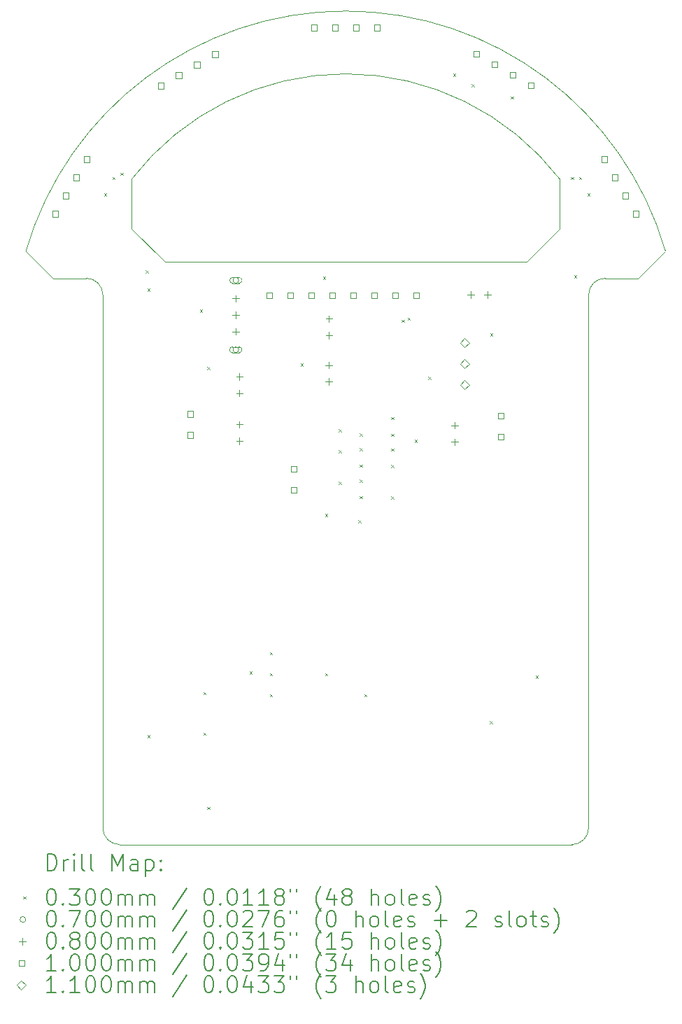
<source format=gbr>
%TF.GenerationSoftware,KiCad,Pcbnew,8.0.6*%
%TF.CreationDate,2025-03-04T23:13:57+07:00*%
%TF.ProjectId,micromouse,6d696372-6f6d-46f7-9573-652e6b696361,rev?*%
%TF.SameCoordinates,Original*%
%TF.FileFunction,Drillmap*%
%TF.FilePolarity,Positive*%
%FSLAX45Y45*%
G04 Gerber Fmt 4.5, Leading zero omitted, Abs format (unit mm)*
G04 Created by KiCad (PCBNEW 8.0.6) date 2025-03-04 23:13:57*
%MOMM*%
%LPD*%
G01*
G04 APERTURE LIST*
%ADD10C,0.050000*%
%ADD11C,0.200000*%
%ADD12C,0.100000*%
%ADD13C,0.110000*%
G04 APERTURE END LIST*
D10*
X17700000Y-7160000D02*
X18100000Y-7160000D01*
X16750000Y-6960000D02*
X12370000Y-6960000D01*
X10690000Y-6830000D02*
G75*
G02*
X18430000Y-6830000I3870000J-1130000D01*
G01*
X17500000Y-13810000D02*
G75*
G02*
X17300000Y-14010000I-200000J0D01*
G01*
X11820000Y-14010000D02*
G75*
G02*
X11620000Y-13810000I0J200000D01*
G01*
X11970000Y-5960000D02*
X11970000Y-6560000D01*
X11970000Y-5960000D02*
G75*
G02*
X17150000Y-5960000I2590000J-2000000D01*
G01*
X17150000Y-6560000D02*
X16750000Y-6960000D01*
X11020000Y-7160000D02*
X11420000Y-7160000D01*
X17500000Y-7360000D02*
G75*
G02*
X17700000Y-7160000I200000J0D01*
G01*
X11820000Y-14010000D02*
X17300000Y-14010000D01*
X11020000Y-7160000D02*
X10690000Y-6830000D01*
X17150000Y-5960000D02*
X17150000Y-6560000D01*
X11620000Y-13810000D02*
X11620000Y-7360000D01*
X11970000Y-6560000D02*
X12370000Y-6960000D01*
X11420000Y-7160000D02*
G75*
G02*
X11620000Y-7360000I0J-200000D01*
G01*
X18100000Y-7160000D02*
X18430000Y-6830000D01*
X17500000Y-13810000D02*
X17500000Y-7360000D01*
D11*
D12*
X11635000Y-6135000D02*
X11665000Y-6165000D01*
X11665000Y-6135000D02*
X11635000Y-6165000D01*
X11735000Y-5935000D02*
X11765000Y-5965000D01*
X11765000Y-5935000D02*
X11735000Y-5965000D01*
X11835000Y-5885000D02*
X11865000Y-5915000D01*
X11865000Y-5885000D02*
X11835000Y-5915000D01*
X12138500Y-7063500D02*
X12168500Y-7093500D01*
X12168500Y-7063500D02*
X12138500Y-7093500D01*
X12160000Y-7285000D02*
X12190000Y-7315000D01*
X12190000Y-7285000D02*
X12160000Y-7315000D01*
X12160000Y-12685000D02*
X12190000Y-12715000D01*
X12190000Y-12685000D02*
X12160000Y-12715000D01*
X12795000Y-7540000D02*
X12825000Y-7570000D01*
X12825000Y-7540000D02*
X12795000Y-7570000D01*
X12835000Y-12165000D02*
X12865000Y-12195000D01*
X12865000Y-12165000D02*
X12835000Y-12195000D01*
X12835000Y-12655000D02*
X12865000Y-12685000D01*
X12865000Y-12655000D02*
X12835000Y-12685000D01*
X12885000Y-8235000D02*
X12915000Y-8265000D01*
X12915000Y-8235000D02*
X12885000Y-8265000D01*
X12885000Y-13555000D02*
X12915000Y-13585000D01*
X12915000Y-13555000D02*
X12885000Y-13585000D01*
X13395000Y-11915000D02*
X13425000Y-11945000D01*
X13425000Y-11915000D02*
X13395000Y-11945000D01*
X13640000Y-11682500D02*
X13670000Y-11712500D01*
X13670000Y-11682500D02*
X13640000Y-11712500D01*
X13640000Y-11936500D02*
X13670000Y-11966500D01*
X13670000Y-11936500D02*
X13640000Y-11966500D01*
X13640000Y-12190500D02*
X13670000Y-12220500D01*
X13670000Y-12190500D02*
X13640000Y-12220500D01*
X14015000Y-8188750D02*
X14045000Y-8218750D01*
X14045000Y-8188750D02*
X14015000Y-8218750D01*
X14285000Y-7138500D02*
X14315000Y-7168500D01*
X14315000Y-7138500D02*
X14285000Y-7168500D01*
X14310000Y-10010000D02*
X14340000Y-10040000D01*
X14340000Y-10010000D02*
X14310000Y-10040000D01*
X14310000Y-11936500D02*
X14340000Y-11966500D01*
X14340000Y-11936500D02*
X14310000Y-11966500D01*
X14475000Y-8987500D02*
X14505000Y-9017500D01*
X14505000Y-8987500D02*
X14475000Y-9017500D01*
X14475000Y-9241500D02*
X14505000Y-9271500D01*
X14505000Y-9241500D02*
X14475000Y-9271500D01*
X14475000Y-9622500D02*
X14505000Y-9652500D01*
X14505000Y-9622500D02*
X14475000Y-9652500D01*
X14710000Y-10085000D02*
X14740000Y-10115000D01*
X14740000Y-10085000D02*
X14710000Y-10115000D01*
X14730000Y-9035000D02*
X14760000Y-9065000D01*
X14760000Y-9035000D02*
X14730000Y-9065000D01*
X14730000Y-9215000D02*
X14760000Y-9245000D01*
X14760000Y-9215000D02*
X14730000Y-9245000D01*
X14730000Y-9415000D02*
X14760000Y-9445000D01*
X14760000Y-9415000D02*
X14730000Y-9445000D01*
X14730000Y-9595000D02*
X14760000Y-9625000D01*
X14760000Y-9595000D02*
X14730000Y-9625000D01*
X14730000Y-9795000D02*
X14760000Y-9825000D01*
X14760000Y-9795000D02*
X14730000Y-9825000D01*
X14785000Y-12190500D02*
X14815000Y-12220500D01*
X14815000Y-12190500D02*
X14785000Y-12220500D01*
X15110000Y-8840000D02*
X15140000Y-8870000D01*
X15140000Y-8840000D02*
X15110000Y-8870000D01*
X15110000Y-9040000D02*
X15140000Y-9070000D01*
X15140000Y-9040000D02*
X15110000Y-9070000D01*
X15110000Y-9220000D02*
X15140000Y-9250000D01*
X15140000Y-9220000D02*
X15110000Y-9250000D01*
X15110000Y-9420000D02*
X15140000Y-9450000D01*
X15140000Y-9420000D02*
X15110000Y-9450000D01*
X15110000Y-9800000D02*
X15140000Y-9830000D01*
X15140000Y-9800000D02*
X15110000Y-9830000D01*
X15235000Y-7660000D02*
X15265000Y-7690000D01*
X15265000Y-7660000D02*
X15235000Y-7690000D01*
X15310895Y-7634702D02*
X15340895Y-7664702D01*
X15340895Y-7634702D02*
X15310895Y-7664702D01*
X15395000Y-9114500D02*
X15425000Y-9144500D01*
X15425000Y-9114500D02*
X15395000Y-9144500D01*
X15560000Y-8352000D02*
X15590000Y-8382000D01*
X15590000Y-8352000D02*
X15560000Y-8382000D01*
X15857668Y-4687332D02*
X15887668Y-4717332D01*
X15887668Y-4687332D02*
X15857668Y-4717332D01*
X16081967Y-4813033D02*
X16111967Y-4843033D01*
X16111967Y-4813033D02*
X16081967Y-4843033D01*
X16305000Y-12515000D02*
X16335000Y-12545000D01*
X16335000Y-12515000D02*
X16305000Y-12545000D01*
X16310000Y-7827500D02*
X16340000Y-7857500D01*
X16340000Y-7827500D02*
X16310000Y-7857500D01*
X16560000Y-4960000D02*
X16590000Y-4990000D01*
X16590000Y-4960000D02*
X16560000Y-4990000D01*
X16858750Y-11965000D02*
X16888750Y-11995000D01*
X16888750Y-11965000D02*
X16858750Y-11995000D01*
X17285000Y-5935000D02*
X17315000Y-5965000D01*
X17315000Y-5935000D02*
X17285000Y-5965000D01*
X17323206Y-7121794D02*
X17353206Y-7151794D01*
X17353206Y-7121794D02*
X17323206Y-7151794D01*
X17385000Y-5935000D02*
X17415000Y-5965000D01*
X17415000Y-5935000D02*
X17385000Y-5965000D01*
X17485000Y-6135000D02*
X17515000Y-6165000D01*
X17515000Y-6135000D02*
X17485000Y-6165000D01*
X13265000Y-7185000D02*
G75*
G02*
X13195000Y-7185000I-35000J0D01*
G01*
X13195000Y-7185000D02*
G75*
G02*
X13265000Y-7185000I35000J0D01*
G01*
X13270000Y-7150000D02*
X13190000Y-7150000D01*
X13190000Y-7220000D02*
G75*
G02*
X13190000Y-7150000I0J35000D01*
G01*
X13190000Y-7220000D02*
X13270000Y-7220000D01*
X13270000Y-7220000D02*
G75*
G03*
X13270000Y-7150000I0J35000D01*
G01*
X13265000Y-8025000D02*
G75*
G02*
X13195000Y-8025000I-35000J0D01*
G01*
X13195000Y-8025000D02*
G75*
G02*
X13265000Y-8025000I35000J0D01*
G01*
X13270000Y-7990000D02*
X13190000Y-7990000D01*
X13190000Y-8060000D02*
G75*
G02*
X13190000Y-7990000I0J35000D01*
G01*
X13190000Y-8060000D02*
X13270000Y-8060000D01*
X13270000Y-8060000D02*
G75*
G03*
X13270000Y-7990000I0J35000D01*
G01*
X13230000Y-7365000D02*
X13230000Y-7445000D01*
X13190000Y-7405000D02*
X13270000Y-7405000D01*
X13230000Y-7565000D02*
X13230000Y-7645000D01*
X13190000Y-7605000D02*
X13270000Y-7605000D01*
X13230000Y-7765000D02*
X13230000Y-7845000D01*
X13190000Y-7805000D02*
X13270000Y-7805000D01*
X13275000Y-8310000D02*
X13275000Y-8390000D01*
X13235000Y-8350000D02*
X13315000Y-8350000D01*
X13275000Y-8510000D02*
X13275000Y-8590000D01*
X13235000Y-8550000D02*
X13315000Y-8550000D01*
X13275000Y-8889489D02*
X13275000Y-8969489D01*
X13235000Y-8929489D02*
X13315000Y-8929489D01*
X13275000Y-9089489D02*
X13275000Y-9169489D01*
X13235000Y-9129489D02*
X13315000Y-9129489D01*
X14355000Y-8170000D02*
X14355000Y-8250000D01*
X14315000Y-8210000D02*
X14395000Y-8210000D01*
X14355000Y-8370000D02*
X14355000Y-8450000D01*
X14315000Y-8410000D02*
X14395000Y-8410000D01*
X14357500Y-7610000D02*
X14357500Y-7690000D01*
X14317500Y-7650000D02*
X14397500Y-7650000D01*
X14357500Y-7810000D02*
X14357500Y-7890000D01*
X14317500Y-7850000D02*
X14397500Y-7850000D01*
X15880000Y-8900000D02*
X15880000Y-8980000D01*
X15840000Y-8940000D02*
X15920000Y-8940000D01*
X15880000Y-9100000D02*
X15880000Y-9180000D01*
X15840000Y-9140000D02*
X15920000Y-9140000D01*
X16075000Y-7320000D02*
X16075000Y-7400000D01*
X16035000Y-7360000D02*
X16115000Y-7360000D01*
X16275000Y-7320000D02*
X16275000Y-7400000D01*
X16235000Y-7360000D02*
X16315000Y-7360000D01*
X11082176Y-6415311D02*
X11082176Y-6344600D01*
X11011465Y-6344600D01*
X11011465Y-6415311D01*
X11082176Y-6415311D01*
X11209176Y-6195341D02*
X11209176Y-6124630D01*
X11138465Y-6124630D01*
X11138465Y-6195341D01*
X11209176Y-6195341D01*
X11336176Y-5975371D02*
X11336176Y-5904659D01*
X11265465Y-5904659D01*
X11265465Y-5975371D01*
X11336176Y-5975371D01*
X11463176Y-5755400D02*
X11463176Y-5684689D01*
X11392465Y-5684689D01*
X11392465Y-5755400D01*
X11463176Y-5755400D01*
X12355400Y-4866356D02*
X12355400Y-4795644D01*
X12284689Y-4795644D01*
X12284689Y-4866356D01*
X12355400Y-4866356D01*
X12575371Y-4739356D02*
X12575371Y-4668644D01*
X12504659Y-4668644D01*
X12504659Y-4739356D01*
X12575371Y-4739356D01*
X12715356Y-8838356D02*
X12715356Y-8767644D01*
X12644644Y-8767644D01*
X12644644Y-8838356D01*
X12715356Y-8838356D01*
X12715356Y-9092356D02*
X12715356Y-9021644D01*
X12644644Y-9021644D01*
X12644644Y-9092356D01*
X12715356Y-9092356D01*
X12795341Y-4612356D02*
X12795341Y-4541644D01*
X12724629Y-4541644D01*
X12724629Y-4612356D01*
X12795341Y-4612356D01*
X13015311Y-4485356D02*
X13015311Y-4414644D01*
X12944600Y-4414644D01*
X12944600Y-4485356D01*
X13015311Y-4485356D01*
X13672356Y-7400356D02*
X13672356Y-7329644D01*
X13601644Y-7329644D01*
X13601644Y-7400356D01*
X13672356Y-7400356D01*
X13926356Y-7400356D02*
X13926356Y-7329644D01*
X13855644Y-7329644D01*
X13855644Y-7400356D01*
X13926356Y-7400356D01*
X13965356Y-9501356D02*
X13965356Y-9430644D01*
X13894644Y-9430644D01*
X13894644Y-9501356D01*
X13965356Y-9501356D01*
X13965356Y-9755356D02*
X13965356Y-9684644D01*
X13894644Y-9684644D01*
X13894644Y-9755356D01*
X13965356Y-9755356D01*
X14180356Y-7400356D02*
X14180356Y-7329644D01*
X14109644Y-7329644D01*
X14109644Y-7400356D01*
X14180356Y-7400356D01*
X14213356Y-4165356D02*
X14213356Y-4094644D01*
X14142644Y-4094644D01*
X14142644Y-4165356D01*
X14213356Y-4165356D01*
X14434356Y-7400356D02*
X14434356Y-7329644D01*
X14363644Y-7329644D01*
X14363644Y-7400356D01*
X14434356Y-7400356D01*
X14467356Y-4165356D02*
X14467356Y-4094644D01*
X14396644Y-4094644D01*
X14396644Y-4165356D01*
X14467356Y-4165356D01*
X14688356Y-7400356D02*
X14688356Y-7329644D01*
X14617644Y-7329644D01*
X14617644Y-7400356D01*
X14688356Y-7400356D01*
X14721356Y-4165356D02*
X14721356Y-4094644D01*
X14650644Y-4094644D01*
X14650644Y-4165356D01*
X14721356Y-4165356D01*
X14942356Y-7400356D02*
X14942356Y-7329644D01*
X14871644Y-7329644D01*
X14871644Y-7400356D01*
X14942356Y-7400356D01*
X14975356Y-4165356D02*
X14975356Y-4094644D01*
X14904644Y-4094644D01*
X14904644Y-4165356D01*
X14975356Y-4165356D01*
X15196356Y-7400356D02*
X15196356Y-7329644D01*
X15125644Y-7329644D01*
X15125644Y-7400356D01*
X15196356Y-7400356D01*
X15450356Y-7400356D02*
X15450356Y-7329644D01*
X15379644Y-7329644D01*
X15379644Y-7400356D01*
X15450356Y-7400356D01*
X16175444Y-4484356D02*
X16175444Y-4413644D01*
X16104733Y-4413644D01*
X16104733Y-4484356D01*
X16175444Y-4484356D01*
X16395415Y-4611356D02*
X16395415Y-4540644D01*
X16324703Y-4540644D01*
X16324703Y-4611356D01*
X16395415Y-4611356D01*
X16475356Y-8861356D02*
X16475356Y-8790644D01*
X16404644Y-8790644D01*
X16404644Y-8861356D01*
X16475356Y-8861356D01*
X16475356Y-9115356D02*
X16475356Y-9044644D01*
X16404644Y-9044644D01*
X16404644Y-9115356D01*
X16475356Y-9115356D01*
X16615385Y-4738356D02*
X16615385Y-4667644D01*
X16544674Y-4667644D01*
X16544674Y-4738356D01*
X16615385Y-4738356D01*
X16835356Y-4865356D02*
X16835356Y-4794644D01*
X16764644Y-4794644D01*
X16764644Y-4865356D01*
X16835356Y-4865356D01*
X17724356Y-5755444D02*
X17724356Y-5684733D01*
X17653644Y-5684733D01*
X17653644Y-5755444D01*
X17724356Y-5755444D01*
X17851356Y-5975415D02*
X17851356Y-5904703D01*
X17780644Y-5904703D01*
X17780644Y-5975415D01*
X17851356Y-5975415D01*
X17978356Y-6195385D02*
X17978356Y-6124674D01*
X17907644Y-6124674D01*
X17907644Y-6195385D01*
X17978356Y-6195385D01*
X18105356Y-6415356D02*
X18105356Y-6344644D01*
X18034644Y-6344644D01*
X18034644Y-6415356D01*
X18105356Y-6415356D01*
D13*
X16000000Y-7997000D02*
X16055000Y-7942000D01*
X16000000Y-7887000D01*
X15945000Y-7942000D01*
X16000000Y-7997000D01*
X16000000Y-8251000D02*
X16055000Y-8196000D01*
X16000000Y-8141000D01*
X15945000Y-8196000D01*
X16000000Y-8251000D01*
X16000000Y-8505000D02*
X16055000Y-8450000D01*
X16000000Y-8395000D01*
X15945000Y-8450000D01*
X16000000Y-8505000D01*
D11*
X10948277Y-14323984D02*
X10948277Y-14123984D01*
X10948277Y-14123984D02*
X10995896Y-14123984D01*
X10995896Y-14123984D02*
X11024467Y-14133508D01*
X11024467Y-14133508D02*
X11043515Y-14152555D01*
X11043515Y-14152555D02*
X11053039Y-14171603D01*
X11053039Y-14171603D02*
X11062563Y-14209698D01*
X11062563Y-14209698D02*
X11062563Y-14238269D01*
X11062563Y-14238269D02*
X11053039Y-14276365D01*
X11053039Y-14276365D02*
X11043515Y-14295412D01*
X11043515Y-14295412D02*
X11024467Y-14314460D01*
X11024467Y-14314460D02*
X10995896Y-14323984D01*
X10995896Y-14323984D02*
X10948277Y-14323984D01*
X11148277Y-14323984D02*
X11148277Y-14190650D01*
X11148277Y-14228746D02*
X11157801Y-14209698D01*
X11157801Y-14209698D02*
X11167324Y-14200174D01*
X11167324Y-14200174D02*
X11186372Y-14190650D01*
X11186372Y-14190650D02*
X11205420Y-14190650D01*
X11272086Y-14323984D02*
X11272086Y-14190650D01*
X11272086Y-14123984D02*
X11262562Y-14133508D01*
X11262562Y-14133508D02*
X11272086Y-14143031D01*
X11272086Y-14143031D02*
X11281610Y-14133508D01*
X11281610Y-14133508D02*
X11272086Y-14123984D01*
X11272086Y-14123984D02*
X11272086Y-14143031D01*
X11395896Y-14323984D02*
X11376848Y-14314460D01*
X11376848Y-14314460D02*
X11367324Y-14295412D01*
X11367324Y-14295412D02*
X11367324Y-14123984D01*
X11500658Y-14323984D02*
X11481610Y-14314460D01*
X11481610Y-14314460D02*
X11472086Y-14295412D01*
X11472086Y-14295412D02*
X11472086Y-14123984D01*
X11729229Y-14323984D02*
X11729229Y-14123984D01*
X11729229Y-14123984D02*
X11795896Y-14266841D01*
X11795896Y-14266841D02*
X11862562Y-14123984D01*
X11862562Y-14123984D02*
X11862562Y-14323984D01*
X12043515Y-14323984D02*
X12043515Y-14219222D01*
X12043515Y-14219222D02*
X12033991Y-14200174D01*
X12033991Y-14200174D02*
X12014943Y-14190650D01*
X12014943Y-14190650D02*
X11976848Y-14190650D01*
X11976848Y-14190650D02*
X11957801Y-14200174D01*
X12043515Y-14314460D02*
X12024467Y-14323984D01*
X12024467Y-14323984D02*
X11976848Y-14323984D01*
X11976848Y-14323984D02*
X11957801Y-14314460D01*
X11957801Y-14314460D02*
X11948277Y-14295412D01*
X11948277Y-14295412D02*
X11948277Y-14276365D01*
X11948277Y-14276365D02*
X11957801Y-14257317D01*
X11957801Y-14257317D02*
X11976848Y-14247793D01*
X11976848Y-14247793D02*
X12024467Y-14247793D01*
X12024467Y-14247793D02*
X12043515Y-14238269D01*
X12138753Y-14190650D02*
X12138753Y-14390650D01*
X12138753Y-14200174D02*
X12157801Y-14190650D01*
X12157801Y-14190650D02*
X12195896Y-14190650D01*
X12195896Y-14190650D02*
X12214943Y-14200174D01*
X12214943Y-14200174D02*
X12224467Y-14209698D01*
X12224467Y-14209698D02*
X12233991Y-14228746D01*
X12233991Y-14228746D02*
X12233991Y-14285888D01*
X12233991Y-14285888D02*
X12224467Y-14304936D01*
X12224467Y-14304936D02*
X12214943Y-14314460D01*
X12214943Y-14314460D02*
X12195896Y-14323984D01*
X12195896Y-14323984D02*
X12157801Y-14323984D01*
X12157801Y-14323984D02*
X12138753Y-14314460D01*
X12319705Y-14304936D02*
X12329229Y-14314460D01*
X12329229Y-14314460D02*
X12319705Y-14323984D01*
X12319705Y-14323984D02*
X12310182Y-14314460D01*
X12310182Y-14314460D02*
X12319705Y-14304936D01*
X12319705Y-14304936D02*
X12319705Y-14323984D01*
X12319705Y-14200174D02*
X12329229Y-14209698D01*
X12329229Y-14209698D02*
X12319705Y-14219222D01*
X12319705Y-14219222D02*
X12310182Y-14209698D01*
X12310182Y-14209698D02*
X12319705Y-14200174D01*
X12319705Y-14200174D02*
X12319705Y-14219222D01*
D12*
X10657500Y-14637500D02*
X10687500Y-14667500D01*
X10687500Y-14637500D02*
X10657500Y-14667500D01*
D11*
X10986372Y-14543984D02*
X11005420Y-14543984D01*
X11005420Y-14543984D02*
X11024467Y-14553508D01*
X11024467Y-14553508D02*
X11033991Y-14563031D01*
X11033991Y-14563031D02*
X11043515Y-14582079D01*
X11043515Y-14582079D02*
X11053039Y-14620174D01*
X11053039Y-14620174D02*
X11053039Y-14667793D01*
X11053039Y-14667793D02*
X11043515Y-14705888D01*
X11043515Y-14705888D02*
X11033991Y-14724936D01*
X11033991Y-14724936D02*
X11024467Y-14734460D01*
X11024467Y-14734460D02*
X11005420Y-14743984D01*
X11005420Y-14743984D02*
X10986372Y-14743984D01*
X10986372Y-14743984D02*
X10967324Y-14734460D01*
X10967324Y-14734460D02*
X10957801Y-14724936D01*
X10957801Y-14724936D02*
X10948277Y-14705888D01*
X10948277Y-14705888D02*
X10938753Y-14667793D01*
X10938753Y-14667793D02*
X10938753Y-14620174D01*
X10938753Y-14620174D02*
X10948277Y-14582079D01*
X10948277Y-14582079D02*
X10957801Y-14563031D01*
X10957801Y-14563031D02*
X10967324Y-14553508D01*
X10967324Y-14553508D02*
X10986372Y-14543984D01*
X11138753Y-14724936D02*
X11148277Y-14734460D01*
X11148277Y-14734460D02*
X11138753Y-14743984D01*
X11138753Y-14743984D02*
X11129229Y-14734460D01*
X11129229Y-14734460D02*
X11138753Y-14724936D01*
X11138753Y-14724936D02*
X11138753Y-14743984D01*
X11214943Y-14543984D02*
X11338753Y-14543984D01*
X11338753Y-14543984D02*
X11272086Y-14620174D01*
X11272086Y-14620174D02*
X11300658Y-14620174D01*
X11300658Y-14620174D02*
X11319705Y-14629698D01*
X11319705Y-14629698D02*
X11329229Y-14639222D01*
X11329229Y-14639222D02*
X11338753Y-14658269D01*
X11338753Y-14658269D02*
X11338753Y-14705888D01*
X11338753Y-14705888D02*
X11329229Y-14724936D01*
X11329229Y-14724936D02*
X11319705Y-14734460D01*
X11319705Y-14734460D02*
X11300658Y-14743984D01*
X11300658Y-14743984D02*
X11243515Y-14743984D01*
X11243515Y-14743984D02*
X11224467Y-14734460D01*
X11224467Y-14734460D02*
X11214943Y-14724936D01*
X11462562Y-14543984D02*
X11481610Y-14543984D01*
X11481610Y-14543984D02*
X11500658Y-14553508D01*
X11500658Y-14553508D02*
X11510182Y-14563031D01*
X11510182Y-14563031D02*
X11519705Y-14582079D01*
X11519705Y-14582079D02*
X11529229Y-14620174D01*
X11529229Y-14620174D02*
X11529229Y-14667793D01*
X11529229Y-14667793D02*
X11519705Y-14705888D01*
X11519705Y-14705888D02*
X11510182Y-14724936D01*
X11510182Y-14724936D02*
X11500658Y-14734460D01*
X11500658Y-14734460D02*
X11481610Y-14743984D01*
X11481610Y-14743984D02*
X11462562Y-14743984D01*
X11462562Y-14743984D02*
X11443515Y-14734460D01*
X11443515Y-14734460D02*
X11433991Y-14724936D01*
X11433991Y-14724936D02*
X11424467Y-14705888D01*
X11424467Y-14705888D02*
X11414943Y-14667793D01*
X11414943Y-14667793D02*
X11414943Y-14620174D01*
X11414943Y-14620174D02*
X11424467Y-14582079D01*
X11424467Y-14582079D02*
X11433991Y-14563031D01*
X11433991Y-14563031D02*
X11443515Y-14553508D01*
X11443515Y-14553508D02*
X11462562Y-14543984D01*
X11653039Y-14543984D02*
X11672086Y-14543984D01*
X11672086Y-14543984D02*
X11691134Y-14553508D01*
X11691134Y-14553508D02*
X11700658Y-14563031D01*
X11700658Y-14563031D02*
X11710182Y-14582079D01*
X11710182Y-14582079D02*
X11719705Y-14620174D01*
X11719705Y-14620174D02*
X11719705Y-14667793D01*
X11719705Y-14667793D02*
X11710182Y-14705888D01*
X11710182Y-14705888D02*
X11700658Y-14724936D01*
X11700658Y-14724936D02*
X11691134Y-14734460D01*
X11691134Y-14734460D02*
X11672086Y-14743984D01*
X11672086Y-14743984D02*
X11653039Y-14743984D01*
X11653039Y-14743984D02*
X11633991Y-14734460D01*
X11633991Y-14734460D02*
X11624467Y-14724936D01*
X11624467Y-14724936D02*
X11614943Y-14705888D01*
X11614943Y-14705888D02*
X11605420Y-14667793D01*
X11605420Y-14667793D02*
X11605420Y-14620174D01*
X11605420Y-14620174D02*
X11614943Y-14582079D01*
X11614943Y-14582079D02*
X11624467Y-14563031D01*
X11624467Y-14563031D02*
X11633991Y-14553508D01*
X11633991Y-14553508D02*
X11653039Y-14543984D01*
X11805420Y-14743984D02*
X11805420Y-14610650D01*
X11805420Y-14629698D02*
X11814943Y-14620174D01*
X11814943Y-14620174D02*
X11833991Y-14610650D01*
X11833991Y-14610650D02*
X11862563Y-14610650D01*
X11862563Y-14610650D02*
X11881610Y-14620174D01*
X11881610Y-14620174D02*
X11891134Y-14639222D01*
X11891134Y-14639222D02*
X11891134Y-14743984D01*
X11891134Y-14639222D02*
X11900658Y-14620174D01*
X11900658Y-14620174D02*
X11919705Y-14610650D01*
X11919705Y-14610650D02*
X11948277Y-14610650D01*
X11948277Y-14610650D02*
X11967324Y-14620174D01*
X11967324Y-14620174D02*
X11976848Y-14639222D01*
X11976848Y-14639222D02*
X11976848Y-14743984D01*
X12072086Y-14743984D02*
X12072086Y-14610650D01*
X12072086Y-14629698D02*
X12081610Y-14620174D01*
X12081610Y-14620174D02*
X12100658Y-14610650D01*
X12100658Y-14610650D02*
X12129229Y-14610650D01*
X12129229Y-14610650D02*
X12148277Y-14620174D01*
X12148277Y-14620174D02*
X12157801Y-14639222D01*
X12157801Y-14639222D02*
X12157801Y-14743984D01*
X12157801Y-14639222D02*
X12167324Y-14620174D01*
X12167324Y-14620174D02*
X12186372Y-14610650D01*
X12186372Y-14610650D02*
X12214943Y-14610650D01*
X12214943Y-14610650D02*
X12233991Y-14620174D01*
X12233991Y-14620174D02*
X12243515Y-14639222D01*
X12243515Y-14639222D02*
X12243515Y-14743984D01*
X12633991Y-14534460D02*
X12462563Y-14791603D01*
X12891134Y-14543984D02*
X12910182Y-14543984D01*
X12910182Y-14543984D02*
X12929229Y-14553508D01*
X12929229Y-14553508D02*
X12938753Y-14563031D01*
X12938753Y-14563031D02*
X12948277Y-14582079D01*
X12948277Y-14582079D02*
X12957801Y-14620174D01*
X12957801Y-14620174D02*
X12957801Y-14667793D01*
X12957801Y-14667793D02*
X12948277Y-14705888D01*
X12948277Y-14705888D02*
X12938753Y-14724936D01*
X12938753Y-14724936D02*
X12929229Y-14734460D01*
X12929229Y-14734460D02*
X12910182Y-14743984D01*
X12910182Y-14743984D02*
X12891134Y-14743984D01*
X12891134Y-14743984D02*
X12872086Y-14734460D01*
X12872086Y-14734460D02*
X12862563Y-14724936D01*
X12862563Y-14724936D02*
X12853039Y-14705888D01*
X12853039Y-14705888D02*
X12843515Y-14667793D01*
X12843515Y-14667793D02*
X12843515Y-14620174D01*
X12843515Y-14620174D02*
X12853039Y-14582079D01*
X12853039Y-14582079D02*
X12862563Y-14563031D01*
X12862563Y-14563031D02*
X12872086Y-14553508D01*
X12872086Y-14553508D02*
X12891134Y-14543984D01*
X13043515Y-14724936D02*
X13053039Y-14734460D01*
X13053039Y-14734460D02*
X13043515Y-14743984D01*
X13043515Y-14743984D02*
X13033991Y-14734460D01*
X13033991Y-14734460D02*
X13043515Y-14724936D01*
X13043515Y-14724936D02*
X13043515Y-14743984D01*
X13176848Y-14543984D02*
X13195896Y-14543984D01*
X13195896Y-14543984D02*
X13214944Y-14553508D01*
X13214944Y-14553508D02*
X13224467Y-14563031D01*
X13224467Y-14563031D02*
X13233991Y-14582079D01*
X13233991Y-14582079D02*
X13243515Y-14620174D01*
X13243515Y-14620174D02*
X13243515Y-14667793D01*
X13243515Y-14667793D02*
X13233991Y-14705888D01*
X13233991Y-14705888D02*
X13224467Y-14724936D01*
X13224467Y-14724936D02*
X13214944Y-14734460D01*
X13214944Y-14734460D02*
X13195896Y-14743984D01*
X13195896Y-14743984D02*
X13176848Y-14743984D01*
X13176848Y-14743984D02*
X13157801Y-14734460D01*
X13157801Y-14734460D02*
X13148277Y-14724936D01*
X13148277Y-14724936D02*
X13138753Y-14705888D01*
X13138753Y-14705888D02*
X13129229Y-14667793D01*
X13129229Y-14667793D02*
X13129229Y-14620174D01*
X13129229Y-14620174D02*
X13138753Y-14582079D01*
X13138753Y-14582079D02*
X13148277Y-14563031D01*
X13148277Y-14563031D02*
X13157801Y-14553508D01*
X13157801Y-14553508D02*
X13176848Y-14543984D01*
X13433991Y-14743984D02*
X13319706Y-14743984D01*
X13376848Y-14743984D02*
X13376848Y-14543984D01*
X13376848Y-14543984D02*
X13357801Y-14572555D01*
X13357801Y-14572555D02*
X13338753Y-14591603D01*
X13338753Y-14591603D02*
X13319706Y-14601127D01*
X13624467Y-14743984D02*
X13510182Y-14743984D01*
X13567325Y-14743984D02*
X13567325Y-14543984D01*
X13567325Y-14543984D02*
X13548277Y-14572555D01*
X13548277Y-14572555D02*
X13529229Y-14591603D01*
X13529229Y-14591603D02*
X13510182Y-14601127D01*
X13738753Y-14629698D02*
X13719706Y-14620174D01*
X13719706Y-14620174D02*
X13710182Y-14610650D01*
X13710182Y-14610650D02*
X13700658Y-14591603D01*
X13700658Y-14591603D02*
X13700658Y-14582079D01*
X13700658Y-14582079D02*
X13710182Y-14563031D01*
X13710182Y-14563031D02*
X13719706Y-14553508D01*
X13719706Y-14553508D02*
X13738753Y-14543984D01*
X13738753Y-14543984D02*
X13776848Y-14543984D01*
X13776848Y-14543984D02*
X13795896Y-14553508D01*
X13795896Y-14553508D02*
X13805420Y-14563031D01*
X13805420Y-14563031D02*
X13814944Y-14582079D01*
X13814944Y-14582079D02*
X13814944Y-14591603D01*
X13814944Y-14591603D02*
X13805420Y-14610650D01*
X13805420Y-14610650D02*
X13795896Y-14620174D01*
X13795896Y-14620174D02*
X13776848Y-14629698D01*
X13776848Y-14629698D02*
X13738753Y-14629698D01*
X13738753Y-14629698D02*
X13719706Y-14639222D01*
X13719706Y-14639222D02*
X13710182Y-14648746D01*
X13710182Y-14648746D02*
X13700658Y-14667793D01*
X13700658Y-14667793D02*
X13700658Y-14705888D01*
X13700658Y-14705888D02*
X13710182Y-14724936D01*
X13710182Y-14724936D02*
X13719706Y-14734460D01*
X13719706Y-14734460D02*
X13738753Y-14743984D01*
X13738753Y-14743984D02*
X13776848Y-14743984D01*
X13776848Y-14743984D02*
X13795896Y-14734460D01*
X13795896Y-14734460D02*
X13805420Y-14724936D01*
X13805420Y-14724936D02*
X13814944Y-14705888D01*
X13814944Y-14705888D02*
X13814944Y-14667793D01*
X13814944Y-14667793D02*
X13805420Y-14648746D01*
X13805420Y-14648746D02*
X13795896Y-14639222D01*
X13795896Y-14639222D02*
X13776848Y-14629698D01*
X13891134Y-14543984D02*
X13891134Y-14582079D01*
X13967325Y-14543984D02*
X13967325Y-14582079D01*
X14262563Y-14820174D02*
X14253039Y-14810650D01*
X14253039Y-14810650D02*
X14233991Y-14782079D01*
X14233991Y-14782079D02*
X14224468Y-14763031D01*
X14224468Y-14763031D02*
X14214944Y-14734460D01*
X14214944Y-14734460D02*
X14205420Y-14686841D01*
X14205420Y-14686841D02*
X14205420Y-14648746D01*
X14205420Y-14648746D02*
X14214944Y-14601127D01*
X14214944Y-14601127D02*
X14224468Y-14572555D01*
X14224468Y-14572555D02*
X14233991Y-14553508D01*
X14233991Y-14553508D02*
X14253039Y-14524936D01*
X14253039Y-14524936D02*
X14262563Y-14515412D01*
X14424468Y-14610650D02*
X14424468Y-14743984D01*
X14376848Y-14534460D02*
X14329229Y-14677317D01*
X14329229Y-14677317D02*
X14453039Y-14677317D01*
X14557801Y-14629698D02*
X14538753Y-14620174D01*
X14538753Y-14620174D02*
X14529229Y-14610650D01*
X14529229Y-14610650D02*
X14519706Y-14591603D01*
X14519706Y-14591603D02*
X14519706Y-14582079D01*
X14519706Y-14582079D02*
X14529229Y-14563031D01*
X14529229Y-14563031D02*
X14538753Y-14553508D01*
X14538753Y-14553508D02*
X14557801Y-14543984D01*
X14557801Y-14543984D02*
X14595896Y-14543984D01*
X14595896Y-14543984D02*
X14614944Y-14553508D01*
X14614944Y-14553508D02*
X14624468Y-14563031D01*
X14624468Y-14563031D02*
X14633991Y-14582079D01*
X14633991Y-14582079D02*
X14633991Y-14591603D01*
X14633991Y-14591603D02*
X14624468Y-14610650D01*
X14624468Y-14610650D02*
X14614944Y-14620174D01*
X14614944Y-14620174D02*
X14595896Y-14629698D01*
X14595896Y-14629698D02*
X14557801Y-14629698D01*
X14557801Y-14629698D02*
X14538753Y-14639222D01*
X14538753Y-14639222D02*
X14529229Y-14648746D01*
X14529229Y-14648746D02*
X14519706Y-14667793D01*
X14519706Y-14667793D02*
X14519706Y-14705888D01*
X14519706Y-14705888D02*
X14529229Y-14724936D01*
X14529229Y-14724936D02*
X14538753Y-14734460D01*
X14538753Y-14734460D02*
X14557801Y-14743984D01*
X14557801Y-14743984D02*
X14595896Y-14743984D01*
X14595896Y-14743984D02*
X14614944Y-14734460D01*
X14614944Y-14734460D02*
X14624468Y-14724936D01*
X14624468Y-14724936D02*
X14633991Y-14705888D01*
X14633991Y-14705888D02*
X14633991Y-14667793D01*
X14633991Y-14667793D02*
X14624468Y-14648746D01*
X14624468Y-14648746D02*
X14614944Y-14639222D01*
X14614944Y-14639222D02*
X14595896Y-14629698D01*
X14872087Y-14743984D02*
X14872087Y-14543984D01*
X14957801Y-14743984D02*
X14957801Y-14639222D01*
X14957801Y-14639222D02*
X14948277Y-14620174D01*
X14948277Y-14620174D02*
X14929230Y-14610650D01*
X14929230Y-14610650D02*
X14900658Y-14610650D01*
X14900658Y-14610650D02*
X14881610Y-14620174D01*
X14881610Y-14620174D02*
X14872087Y-14629698D01*
X15081610Y-14743984D02*
X15062563Y-14734460D01*
X15062563Y-14734460D02*
X15053039Y-14724936D01*
X15053039Y-14724936D02*
X15043515Y-14705888D01*
X15043515Y-14705888D02*
X15043515Y-14648746D01*
X15043515Y-14648746D02*
X15053039Y-14629698D01*
X15053039Y-14629698D02*
X15062563Y-14620174D01*
X15062563Y-14620174D02*
X15081610Y-14610650D01*
X15081610Y-14610650D02*
X15110182Y-14610650D01*
X15110182Y-14610650D02*
X15129230Y-14620174D01*
X15129230Y-14620174D02*
X15138753Y-14629698D01*
X15138753Y-14629698D02*
X15148277Y-14648746D01*
X15148277Y-14648746D02*
X15148277Y-14705888D01*
X15148277Y-14705888D02*
X15138753Y-14724936D01*
X15138753Y-14724936D02*
X15129230Y-14734460D01*
X15129230Y-14734460D02*
X15110182Y-14743984D01*
X15110182Y-14743984D02*
X15081610Y-14743984D01*
X15262563Y-14743984D02*
X15243515Y-14734460D01*
X15243515Y-14734460D02*
X15233991Y-14715412D01*
X15233991Y-14715412D02*
X15233991Y-14543984D01*
X15414944Y-14734460D02*
X15395896Y-14743984D01*
X15395896Y-14743984D02*
X15357801Y-14743984D01*
X15357801Y-14743984D02*
X15338753Y-14734460D01*
X15338753Y-14734460D02*
X15329230Y-14715412D01*
X15329230Y-14715412D02*
X15329230Y-14639222D01*
X15329230Y-14639222D02*
X15338753Y-14620174D01*
X15338753Y-14620174D02*
X15357801Y-14610650D01*
X15357801Y-14610650D02*
X15395896Y-14610650D01*
X15395896Y-14610650D02*
X15414944Y-14620174D01*
X15414944Y-14620174D02*
X15424468Y-14639222D01*
X15424468Y-14639222D02*
X15424468Y-14658269D01*
X15424468Y-14658269D02*
X15329230Y-14677317D01*
X15500658Y-14734460D02*
X15519706Y-14743984D01*
X15519706Y-14743984D02*
X15557801Y-14743984D01*
X15557801Y-14743984D02*
X15576849Y-14734460D01*
X15576849Y-14734460D02*
X15586372Y-14715412D01*
X15586372Y-14715412D02*
X15586372Y-14705888D01*
X15586372Y-14705888D02*
X15576849Y-14686841D01*
X15576849Y-14686841D02*
X15557801Y-14677317D01*
X15557801Y-14677317D02*
X15529230Y-14677317D01*
X15529230Y-14677317D02*
X15510182Y-14667793D01*
X15510182Y-14667793D02*
X15500658Y-14648746D01*
X15500658Y-14648746D02*
X15500658Y-14639222D01*
X15500658Y-14639222D02*
X15510182Y-14620174D01*
X15510182Y-14620174D02*
X15529230Y-14610650D01*
X15529230Y-14610650D02*
X15557801Y-14610650D01*
X15557801Y-14610650D02*
X15576849Y-14620174D01*
X15653039Y-14820174D02*
X15662563Y-14810650D01*
X15662563Y-14810650D02*
X15681611Y-14782079D01*
X15681611Y-14782079D02*
X15691134Y-14763031D01*
X15691134Y-14763031D02*
X15700658Y-14734460D01*
X15700658Y-14734460D02*
X15710182Y-14686841D01*
X15710182Y-14686841D02*
X15710182Y-14648746D01*
X15710182Y-14648746D02*
X15700658Y-14601127D01*
X15700658Y-14601127D02*
X15691134Y-14572555D01*
X15691134Y-14572555D02*
X15681611Y-14553508D01*
X15681611Y-14553508D02*
X15662563Y-14524936D01*
X15662563Y-14524936D02*
X15653039Y-14515412D01*
D12*
X10687500Y-14916500D02*
G75*
G02*
X10617500Y-14916500I-35000J0D01*
G01*
X10617500Y-14916500D02*
G75*
G02*
X10687500Y-14916500I35000J0D01*
G01*
D11*
X10986372Y-14807984D02*
X11005420Y-14807984D01*
X11005420Y-14807984D02*
X11024467Y-14817508D01*
X11024467Y-14817508D02*
X11033991Y-14827031D01*
X11033991Y-14827031D02*
X11043515Y-14846079D01*
X11043515Y-14846079D02*
X11053039Y-14884174D01*
X11053039Y-14884174D02*
X11053039Y-14931793D01*
X11053039Y-14931793D02*
X11043515Y-14969888D01*
X11043515Y-14969888D02*
X11033991Y-14988936D01*
X11033991Y-14988936D02*
X11024467Y-14998460D01*
X11024467Y-14998460D02*
X11005420Y-15007984D01*
X11005420Y-15007984D02*
X10986372Y-15007984D01*
X10986372Y-15007984D02*
X10967324Y-14998460D01*
X10967324Y-14998460D02*
X10957801Y-14988936D01*
X10957801Y-14988936D02*
X10948277Y-14969888D01*
X10948277Y-14969888D02*
X10938753Y-14931793D01*
X10938753Y-14931793D02*
X10938753Y-14884174D01*
X10938753Y-14884174D02*
X10948277Y-14846079D01*
X10948277Y-14846079D02*
X10957801Y-14827031D01*
X10957801Y-14827031D02*
X10967324Y-14817508D01*
X10967324Y-14817508D02*
X10986372Y-14807984D01*
X11138753Y-14988936D02*
X11148277Y-14998460D01*
X11148277Y-14998460D02*
X11138753Y-15007984D01*
X11138753Y-15007984D02*
X11129229Y-14998460D01*
X11129229Y-14998460D02*
X11138753Y-14988936D01*
X11138753Y-14988936D02*
X11138753Y-15007984D01*
X11214943Y-14807984D02*
X11348277Y-14807984D01*
X11348277Y-14807984D02*
X11262562Y-15007984D01*
X11462562Y-14807984D02*
X11481610Y-14807984D01*
X11481610Y-14807984D02*
X11500658Y-14817508D01*
X11500658Y-14817508D02*
X11510182Y-14827031D01*
X11510182Y-14827031D02*
X11519705Y-14846079D01*
X11519705Y-14846079D02*
X11529229Y-14884174D01*
X11529229Y-14884174D02*
X11529229Y-14931793D01*
X11529229Y-14931793D02*
X11519705Y-14969888D01*
X11519705Y-14969888D02*
X11510182Y-14988936D01*
X11510182Y-14988936D02*
X11500658Y-14998460D01*
X11500658Y-14998460D02*
X11481610Y-15007984D01*
X11481610Y-15007984D02*
X11462562Y-15007984D01*
X11462562Y-15007984D02*
X11443515Y-14998460D01*
X11443515Y-14998460D02*
X11433991Y-14988936D01*
X11433991Y-14988936D02*
X11424467Y-14969888D01*
X11424467Y-14969888D02*
X11414943Y-14931793D01*
X11414943Y-14931793D02*
X11414943Y-14884174D01*
X11414943Y-14884174D02*
X11424467Y-14846079D01*
X11424467Y-14846079D02*
X11433991Y-14827031D01*
X11433991Y-14827031D02*
X11443515Y-14817508D01*
X11443515Y-14817508D02*
X11462562Y-14807984D01*
X11653039Y-14807984D02*
X11672086Y-14807984D01*
X11672086Y-14807984D02*
X11691134Y-14817508D01*
X11691134Y-14817508D02*
X11700658Y-14827031D01*
X11700658Y-14827031D02*
X11710182Y-14846079D01*
X11710182Y-14846079D02*
X11719705Y-14884174D01*
X11719705Y-14884174D02*
X11719705Y-14931793D01*
X11719705Y-14931793D02*
X11710182Y-14969888D01*
X11710182Y-14969888D02*
X11700658Y-14988936D01*
X11700658Y-14988936D02*
X11691134Y-14998460D01*
X11691134Y-14998460D02*
X11672086Y-15007984D01*
X11672086Y-15007984D02*
X11653039Y-15007984D01*
X11653039Y-15007984D02*
X11633991Y-14998460D01*
X11633991Y-14998460D02*
X11624467Y-14988936D01*
X11624467Y-14988936D02*
X11614943Y-14969888D01*
X11614943Y-14969888D02*
X11605420Y-14931793D01*
X11605420Y-14931793D02*
X11605420Y-14884174D01*
X11605420Y-14884174D02*
X11614943Y-14846079D01*
X11614943Y-14846079D02*
X11624467Y-14827031D01*
X11624467Y-14827031D02*
X11633991Y-14817508D01*
X11633991Y-14817508D02*
X11653039Y-14807984D01*
X11805420Y-15007984D02*
X11805420Y-14874650D01*
X11805420Y-14893698D02*
X11814943Y-14884174D01*
X11814943Y-14884174D02*
X11833991Y-14874650D01*
X11833991Y-14874650D02*
X11862563Y-14874650D01*
X11862563Y-14874650D02*
X11881610Y-14884174D01*
X11881610Y-14884174D02*
X11891134Y-14903222D01*
X11891134Y-14903222D02*
X11891134Y-15007984D01*
X11891134Y-14903222D02*
X11900658Y-14884174D01*
X11900658Y-14884174D02*
X11919705Y-14874650D01*
X11919705Y-14874650D02*
X11948277Y-14874650D01*
X11948277Y-14874650D02*
X11967324Y-14884174D01*
X11967324Y-14884174D02*
X11976848Y-14903222D01*
X11976848Y-14903222D02*
X11976848Y-15007984D01*
X12072086Y-15007984D02*
X12072086Y-14874650D01*
X12072086Y-14893698D02*
X12081610Y-14884174D01*
X12081610Y-14884174D02*
X12100658Y-14874650D01*
X12100658Y-14874650D02*
X12129229Y-14874650D01*
X12129229Y-14874650D02*
X12148277Y-14884174D01*
X12148277Y-14884174D02*
X12157801Y-14903222D01*
X12157801Y-14903222D02*
X12157801Y-15007984D01*
X12157801Y-14903222D02*
X12167324Y-14884174D01*
X12167324Y-14884174D02*
X12186372Y-14874650D01*
X12186372Y-14874650D02*
X12214943Y-14874650D01*
X12214943Y-14874650D02*
X12233991Y-14884174D01*
X12233991Y-14884174D02*
X12243515Y-14903222D01*
X12243515Y-14903222D02*
X12243515Y-15007984D01*
X12633991Y-14798460D02*
X12462563Y-15055603D01*
X12891134Y-14807984D02*
X12910182Y-14807984D01*
X12910182Y-14807984D02*
X12929229Y-14817508D01*
X12929229Y-14817508D02*
X12938753Y-14827031D01*
X12938753Y-14827031D02*
X12948277Y-14846079D01*
X12948277Y-14846079D02*
X12957801Y-14884174D01*
X12957801Y-14884174D02*
X12957801Y-14931793D01*
X12957801Y-14931793D02*
X12948277Y-14969888D01*
X12948277Y-14969888D02*
X12938753Y-14988936D01*
X12938753Y-14988936D02*
X12929229Y-14998460D01*
X12929229Y-14998460D02*
X12910182Y-15007984D01*
X12910182Y-15007984D02*
X12891134Y-15007984D01*
X12891134Y-15007984D02*
X12872086Y-14998460D01*
X12872086Y-14998460D02*
X12862563Y-14988936D01*
X12862563Y-14988936D02*
X12853039Y-14969888D01*
X12853039Y-14969888D02*
X12843515Y-14931793D01*
X12843515Y-14931793D02*
X12843515Y-14884174D01*
X12843515Y-14884174D02*
X12853039Y-14846079D01*
X12853039Y-14846079D02*
X12862563Y-14827031D01*
X12862563Y-14827031D02*
X12872086Y-14817508D01*
X12872086Y-14817508D02*
X12891134Y-14807984D01*
X13043515Y-14988936D02*
X13053039Y-14998460D01*
X13053039Y-14998460D02*
X13043515Y-15007984D01*
X13043515Y-15007984D02*
X13033991Y-14998460D01*
X13033991Y-14998460D02*
X13043515Y-14988936D01*
X13043515Y-14988936D02*
X13043515Y-15007984D01*
X13176848Y-14807984D02*
X13195896Y-14807984D01*
X13195896Y-14807984D02*
X13214944Y-14817508D01*
X13214944Y-14817508D02*
X13224467Y-14827031D01*
X13224467Y-14827031D02*
X13233991Y-14846079D01*
X13233991Y-14846079D02*
X13243515Y-14884174D01*
X13243515Y-14884174D02*
X13243515Y-14931793D01*
X13243515Y-14931793D02*
X13233991Y-14969888D01*
X13233991Y-14969888D02*
X13224467Y-14988936D01*
X13224467Y-14988936D02*
X13214944Y-14998460D01*
X13214944Y-14998460D02*
X13195896Y-15007984D01*
X13195896Y-15007984D02*
X13176848Y-15007984D01*
X13176848Y-15007984D02*
X13157801Y-14998460D01*
X13157801Y-14998460D02*
X13148277Y-14988936D01*
X13148277Y-14988936D02*
X13138753Y-14969888D01*
X13138753Y-14969888D02*
X13129229Y-14931793D01*
X13129229Y-14931793D02*
X13129229Y-14884174D01*
X13129229Y-14884174D02*
X13138753Y-14846079D01*
X13138753Y-14846079D02*
X13148277Y-14827031D01*
X13148277Y-14827031D02*
X13157801Y-14817508D01*
X13157801Y-14817508D02*
X13176848Y-14807984D01*
X13319706Y-14827031D02*
X13329229Y-14817508D01*
X13329229Y-14817508D02*
X13348277Y-14807984D01*
X13348277Y-14807984D02*
X13395896Y-14807984D01*
X13395896Y-14807984D02*
X13414944Y-14817508D01*
X13414944Y-14817508D02*
X13424467Y-14827031D01*
X13424467Y-14827031D02*
X13433991Y-14846079D01*
X13433991Y-14846079D02*
X13433991Y-14865127D01*
X13433991Y-14865127D02*
X13424467Y-14893698D01*
X13424467Y-14893698D02*
X13310182Y-15007984D01*
X13310182Y-15007984D02*
X13433991Y-15007984D01*
X13500658Y-14807984D02*
X13633991Y-14807984D01*
X13633991Y-14807984D02*
X13548277Y-15007984D01*
X13795896Y-14807984D02*
X13757801Y-14807984D01*
X13757801Y-14807984D02*
X13738753Y-14817508D01*
X13738753Y-14817508D02*
X13729229Y-14827031D01*
X13729229Y-14827031D02*
X13710182Y-14855603D01*
X13710182Y-14855603D02*
X13700658Y-14893698D01*
X13700658Y-14893698D02*
X13700658Y-14969888D01*
X13700658Y-14969888D02*
X13710182Y-14988936D01*
X13710182Y-14988936D02*
X13719706Y-14998460D01*
X13719706Y-14998460D02*
X13738753Y-15007984D01*
X13738753Y-15007984D02*
X13776848Y-15007984D01*
X13776848Y-15007984D02*
X13795896Y-14998460D01*
X13795896Y-14998460D02*
X13805420Y-14988936D01*
X13805420Y-14988936D02*
X13814944Y-14969888D01*
X13814944Y-14969888D02*
X13814944Y-14922269D01*
X13814944Y-14922269D02*
X13805420Y-14903222D01*
X13805420Y-14903222D02*
X13795896Y-14893698D01*
X13795896Y-14893698D02*
X13776848Y-14884174D01*
X13776848Y-14884174D02*
X13738753Y-14884174D01*
X13738753Y-14884174D02*
X13719706Y-14893698D01*
X13719706Y-14893698D02*
X13710182Y-14903222D01*
X13710182Y-14903222D02*
X13700658Y-14922269D01*
X13891134Y-14807984D02*
X13891134Y-14846079D01*
X13967325Y-14807984D02*
X13967325Y-14846079D01*
X14262563Y-15084174D02*
X14253039Y-15074650D01*
X14253039Y-15074650D02*
X14233991Y-15046079D01*
X14233991Y-15046079D02*
X14224468Y-15027031D01*
X14224468Y-15027031D02*
X14214944Y-14998460D01*
X14214944Y-14998460D02*
X14205420Y-14950841D01*
X14205420Y-14950841D02*
X14205420Y-14912746D01*
X14205420Y-14912746D02*
X14214944Y-14865127D01*
X14214944Y-14865127D02*
X14224468Y-14836555D01*
X14224468Y-14836555D02*
X14233991Y-14817508D01*
X14233991Y-14817508D02*
X14253039Y-14788936D01*
X14253039Y-14788936D02*
X14262563Y-14779412D01*
X14376848Y-14807984D02*
X14395896Y-14807984D01*
X14395896Y-14807984D02*
X14414944Y-14817508D01*
X14414944Y-14817508D02*
X14424468Y-14827031D01*
X14424468Y-14827031D02*
X14433991Y-14846079D01*
X14433991Y-14846079D02*
X14443515Y-14884174D01*
X14443515Y-14884174D02*
X14443515Y-14931793D01*
X14443515Y-14931793D02*
X14433991Y-14969888D01*
X14433991Y-14969888D02*
X14424468Y-14988936D01*
X14424468Y-14988936D02*
X14414944Y-14998460D01*
X14414944Y-14998460D02*
X14395896Y-15007984D01*
X14395896Y-15007984D02*
X14376848Y-15007984D01*
X14376848Y-15007984D02*
X14357801Y-14998460D01*
X14357801Y-14998460D02*
X14348277Y-14988936D01*
X14348277Y-14988936D02*
X14338753Y-14969888D01*
X14338753Y-14969888D02*
X14329229Y-14931793D01*
X14329229Y-14931793D02*
X14329229Y-14884174D01*
X14329229Y-14884174D02*
X14338753Y-14846079D01*
X14338753Y-14846079D02*
X14348277Y-14827031D01*
X14348277Y-14827031D02*
X14357801Y-14817508D01*
X14357801Y-14817508D02*
X14376848Y-14807984D01*
X14681610Y-15007984D02*
X14681610Y-14807984D01*
X14767325Y-15007984D02*
X14767325Y-14903222D01*
X14767325Y-14903222D02*
X14757801Y-14884174D01*
X14757801Y-14884174D02*
X14738753Y-14874650D01*
X14738753Y-14874650D02*
X14710182Y-14874650D01*
X14710182Y-14874650D02*
X14691134Y-14884174D01*
X14691134Y-14884174D02*
X14681610Y-14893698D01*
X14891134Y-15007984D02*
X14872087Y-14998460D01*
X14872087Y-14998460D02*
X14862563Y-14988936D01*
X14862563Y-14988936D02*
X14853039Y-14969888D01*
X14853039Y-14969888D02*
X14853039Y-14912746D01*
X14853039Y-14912746D02*
X14862563Y-14893698D01*
X14862563Y-14893698D02*
X14872087Y-14884174D01*
X14872087Y-14884174D02*
X14891134Y-14874650D01*
X14891134Y-14874650D02*
X14919706Y-14874650D01*
X14919706Y-14874650D02*
X14938753Y-14884174D01*
X14938753Y-14884174D02*
X14948277Y-14893698D01*
X14948277Y-14893698D02*
X14957801Y-14912746D01*
X14957801Y-14912746D02*
X14957801Y-14969888D01*
X14957801Y-14969888D02*
X14948277Y-14988936D01*
X14948277Y-14988936D02*
X14938753Y-14998460D01*
X14938753Y-14998460D02*
X14919706Y-15007984D01*
X14919706Y-15007984D02*
X14891134Y-15007984D01*
X15072087Y-15007984D02*
X15053039Y-14998460D01*
X15053039Y-14998460D02*
X15043515Y-14979412D01*
X15043515Y-14979412D02*
X15043515Y-14807984D01*
X15224468Y-14998460D02*
X15205420Y-15007984D01*
X15205420Y-15007984D02*
X15167325Y-15007984D01*
X15167325Y-15007984D02*
X15148277Y-14998460D01*
X15148277Y-14998460D02*
X15138753Y-14979412D01*
X15138753Y-14979412D02*
X15138753Y-14903222D01*
X15138753Y-14903222D02*
X15148277Y-14884174D01*
X15148277Y-14884174D02*
X15167325Y-14874650D01*
X15167325Y-14874650D02*
X15205420Y-14874650D01*
X15205420Y-14874650D02*
X15224468Y-14884174D01*
X15224468Y-14884174D02*
X15233991Y-14903222D01*
X15233991Y-14903222D02*
X15233991Y-14922269D01*
X15233991Y-14922269D02*
X15138753Y-14941317D01*
X15310182Y-14998460D02*
X15329230Y-15007984D01*
X15329230Y-15007984D02*
X15367325Y-15007984D01*
X15367325Y-15007984D02*
X15386372Y-14998460D01*
X15386372Y-14998460D02*
X15395896Y-14979412D01*
X15395896Y-14979412D02*
X15395896Y-14969888D01*
X15395896Y-14969888D02*
X15386372Y-14950841D01*
X15386372Y-14950841D02*
X15367325Y-14941317D01*
X15367325Y-14941317D02*
X15338753Y-14941317D01*
X15338753Y-14941317D02*
X15319706Y-14931793D01*
X15319706Y-14931793D02*
X15310182Y-14912746D01*
X15310182Y-14912746D02*
X15310182Y-14903222D01*
X15310182Y-14903222D02*
X15319706Y-14884174D01*
X15319706Y-14884174D02*
X15338753Y-14874650D01*
X15338753Y-14874650D02*
X15367325Y-14874650D01*
X15367325Y-14874650D02*
X15386372Y-14884174D01*
X15633992Y-14931793D02*
X15786373Y-14931793D01*
X15710182Y-15007984D02*
X15710182Y-14855603D01*
X16024468Y-14827031D02*
X16033992Y-14817508D01*
X16033992Y-14817508D02*
X16053039Y-14807984D01*
X16053039Y-14807984D02*
X16100658Y-14807984D01*
X16100658Y-14807984D02*
X16119706Y-14817508D01*
X16119706Y-14817508D02*
X16129230Y-14827031D01*
X16129230Y-14827031D02*
X16138753Y-14846079D01*
X16138753Y-14846079D02*
X16138753Y-14865127D01*
X16138753Y-14865127D02*
X16129230Y-14893698D01*
X16129230Y-14893698D02*
X16014944Y-15007984D01*
X16014944Y-15007984D02*
X16138753Y-15007984D01*
X16367325Y-14998460D02*
X16386373Y-15007984D01*
X16386373Y-15007984D02*
X16424468Y-15007984D01*
X16424468Y-15007984D02*
X16443515Y-14998460D01*
X16443515Y-14998460D02*
X16453039Y-14979412D01*
X16453039Y-14979412D02*
X16453039Y-14969888D01*
X16453039Y-14969888D02*
X16443515Y-14950841D01*
X16443515Y-14950841D02*
X16424468Y-14941317D01*
X16424468Y-14941317D02*
X16395896Y-14941317D01*
X16395896Y-14941317D02*
X16376849Y-14931793D01*
X16376849Y-14931793D02*
X16367325Y-14912746D01*
X16367325Y-14912746D02*
X16367325Y-14903222D01*
X16367325Y-14903222D02*
X16376849Y-14884174D01*
X16376849Y-14884174D02*
X16395896Y-14874650D01*
X16395896Y-14874650D02*
X16424468Y-14874650D01*
X16424468Y-14874650D02*
X16443515Y-14884174D01*
X16567325Y-15007984D02*
X16548277Y-14998460D01*
X16548277Y-14998460D02*
X16538754Y-14979412D01*
X16538754Y-14979412D02*
X16538754Y-14807984D01*
X16672087Y-15007984D02*
X16653039Y-14998460D01*
X16653039Y-14998460D02*
X16643515Y-14988936D01*
X16643515Y-14988936D02*
X16633992Y-14969888D01*
X16633992Y-14969888D02*
X16633992Y-14912746D01*
X16633992Y-14912746D02*
X16643515Y-14893698D01*
X16643515Y-14893698D02*
X16653039Y-14884174D01*
X16653039Y-14884174D02*
X16672087Y-14874650D01*
X16672087Y-14874650D02*
X16700658Y-14874650D01*
X16700658Y-14874650D02*
X16719706Y-14884174D01*
X16719706Y-14884174D02*
X16729230Y-14893698D01*
X16729230Y-14893698D02*
X16738754Y-14912746D01*
X16738754Y-14912746D02*
X16738754Y-14969888D01*
X16738754Y-14969888D02*
X16729230Y-14988936D01*
X16729230Y-14988936D02*
X16719706Y-14998460D01*
X16719706Y-14998460D02*
X16700658Y-15007984D01*
X16700658Y-15007984D02*
X16672087Y-15007984D01*
X16795897Y-14874650D02*
X16872087Y-14874650D01*
X16824468Y-14807984D02*
X16824468Y-14979412D01*
X16824468Y-14979412D02*
X16833992Y-14998460D01*
X16833992Y-14998460D02*
X16853039Y-15007984D01*
X16853039Y-15007984D02*
X16872087Y-15007984D01*
X16929230Y-14998460D02*
X16948277Y-15007984D01*
X16948277Y-15007984D02*
X16986373Y-15007984D01*
X16986373Y-15007984D02*
X17005420Y-14998460D01*
X17005420Y-14998460D02*
X17014944Y-14979412D01*
X17014944Y-14979412D02*
X17014944Y-14969888D01*
X17014944Y-14969888D02*
X17005420Y-14950841D01*
X17005420Y-14950841D02*
X16986373Y-14941317D01*
X16986373Y-14941317D02*
X16957801Y-14941317D01*
X16957801Y-14941317D02*
X16938754Y-14931793D01*
X16938754Y-14931793D02*
X16929230Y-14912746D01*
X16929230Y-14912746D02*
X16929230Y-14903222D01*
X16929230Y-14903222D02*
X16938754Y-14884174D01*
X16938754Y-14884174D02*
X16957801Y-14874650D01*
X16957801Y-14874650D02*
X16986373Y-14874650D01*
X16986373Y-14874650D02*
X17005420Y-14884174D01*
X17081611Y-15084174D02*
X17091135Y-15074650D01*
X17091135Y-15074650D02*
X17110182Y-15046079D01*
X17110182Y-15046079D02*
X17119706Y-15027031D01*
X17119706Y-15027031D02*
X17129230Y-14998460D01*
X17129230Y-14998460D02*
X17138754Y-14950841D01*
X17138754Y-14950841D02*
X17138754Y-14912746D01*
X17138754Y-14912746D02*
X17129230Y-14865127D01*
X17129230Y-14865127D02*
X17119706Y-14836555D01*
X17119706Y-14836555D02*
X17110182Y-14817508D01*
X17110182Y-14817508D02*
X17091135Y-14788936D01*
X17091135Y-14788936D02*
X17081611Y-14779412D01*
D12*
X10647500Y-15140500D02*
X10647500Y-15220500D01*
X10607500Y-15180500D02*
X10687500Y-15180500D01*
D11*
X10986372Y-15071984D02*
X11005420Y-15071984D01*
X11005420Y-15071984D02*
X11024467Y-15081508D01*
X11024467Y-15081508D02*
X11033991Y-15091031D01*
X11033991Y-15091031D02*
X11043515Y-15110079D01*
X11043515Y-15110079D02*
X11053039Y-15148174D01*
X11053039Y-15148174D02*
X11053039Y-15195793D01*
X11053039Y-15195793D02*
X11043515Y-15233888D01*
X11043515Y-15233888D02*
X11033991Y-15252936D01*
X11033991Y-15252936D02*
X11024467Y-15262460D01*
X11024467Y-15262460D02*
X11005420Y-15271984D01*
X11005420Y-15271984D02*
X10986372Y-15271984D01*
X10986372Y-15271984D02*
X10967324Y-15262460D01*
X10967324Y-15262460D02*
X10957801Y-15252936D01*
X10957801Y-15252936D02*
X10948277Y-15233888D01*
X10948277Y-15233888D02*
X10938753Y-15195793D01*
X10938753Y-15195793D02*
X10938753Y-15148174D01*
X10938753Y-15148174D02*
X10948277Y-15110079D01*
X10948277Y-15110079D02*
X10957801Y-15091031D01*
X10957801Y-15091031D02*
X10967324Y-15081508D01*
X10967324Y-15081508D02*
X10986372Y-15071984D01*
X11138753Y-15252936D02*
X11148277Y-15262460D01*
X11148277Y-15262460D02*
X11138753Y-15271984D01*
X11138753Y-15271984D02*
X11129229Y-15262460D01*
X11129229Y-15262460D02*
X11138753Y-15252936D01*
X11138753Y-15252936D02*
X11138753Y-15271984D01*
X11262562Y-15157698D02*
X11243515Y-15148174D01*
X11243515Y-15148174D02*
X11233991Y-15138650D01*
X11233991Y-15138650D02*
X11224467Y-15119603D01*
X11224467Y-15119603D02*
X11224467Y-15110079D01*
X11224467Y-15110079D02*
X11233991Y-15091031D01*
X11233991Y-15091031D02*
X11243515Y-15081508D01*
X11243515Y-15081508D02*
X11262562Y-15071984D01*
X11262562Y-15071984D02*
X11300658Y-15071984D01*
X11300658Y-15071984D02*
X11319705Y-15081508D01*
X11319705Y-15081508D02*
X11329229Y-15091031D01*
X11329229Y-15091031D02*
X11338753Y-15110079D01*
X11338753Y-15110079D02*
X11338753Y-15119603D01*
X11338753Y-15119603D02*
X11329229Y-15138650D01*
X11329229Y-15138650D02*
X11319705Y-15148174D01*
X11319705Y-15148174D02*
X11300658Y-15157698D01*
X11300658Y-15157698D02*
X11262562Y-15157698D01*
X11262562Y-15157698D02*
X11243515Y-15167222D01*
X11243515Y-15167222D02*
X11233991Y-15176746D01*
X11233991Y-15176746D02*
X11224467Y-15195793D01*
X11224467Y-15195793D02*
X11224467Y-15233888D01*
X11224467Y-15233888D02*
X11233991Y-15252936D01*
X11233991Y-15252936D02*
X11243515Y-15262460D01*
X11243515Y-15262460D02*
X11262562Y-15271984D01*
X11262562Y-15271984D02*
X11300658Y-15271984D01*
X11300658Y-15271984D02*
X11319705Y-15262460D01*
X11319705Y-15262460D02*
X11329229Y-15252936D01*
X11329229Y-15252936D02*
X11338753Y-15233888D01*
X11338753Y-15233888D02*
X11338753Y-15195793D01*
X11338753Y-15195793D02*
X11329229Y-15176746D01*
X11329229Y-15176746D02*
X11319705Y-15167222D01*
X11319705Y-15167222D02*
X11300658Y-15157698D01*
X11462562Y-15071984D02*
X11481610Y-15071984D01*
X11481610Y-15071984D02*
X11500658Y-15081508D01*
X11500658Y-15081508D02*
X11510182Y-15091031D01*
X11510182Y-15091031D02*
X11519705Y-15110079D01*
X11519705Y-15110079D02*
X11529229Y-15148174D01*
X11529229Y-15148174D02*
X11529229Y-15195793D01*
X11529229Y-15195793D02*
X11519705Y-15233888D01*
X11519705Y-15233888D02*
X11510182Y-15252936D01*
X11510182Y-15252936D02*
X11500658Y-15262460D01*
X11500658Y-15262460D02*
X11481610Y-15271984D01*
X11481610Y-15271984D02*
X11462562Y-15271984D01*
X11462562Y-15271984D02*
X11443515Y-15262460D01*
X11443515Y-15262460D02*
X11433991Y-15252936D01*
X11433991Y-15252936D02*
X11424467Y-15233888D01*
X11424467Y-15233888D02*
X11414943Y-15195793D01*
X11414943Y-15195793D02*
X11414943Y-15148174D01*
X11414943Y-15148174D02*
X11424467Y-15110079D01*
X11424467Y-15110079D02*
X11433991Y-15091031D01*
X11433991Y-15091031D02*
X11443515Y-15081508D01*
X11443515Y-15081508D02*
X11462562Y-15071984D01*
X11653039Y-15071984D02*
X11672086Y-15071984D01*
X11672086Y-15071984D02*
X11691134Y-15081508D01*
X11691134Y-15081508D02*
X11700658Y-15091031D01*
X11700658Y-15091031D02*
X11710182Y-15110079D01*
X11710182Y-15110079D02*
X11719705Y-15148174D01*
X11719705Y-15148174D02*
X11719705Y-15195793D01*
X11719705Y-15195793D02*
X11710182Y-15233888D01*
X11710182Y-15233888D02*
X11700658Y-15252936D01*
X11700658Y-15252936D02*
X11691134Y-15262460D01*
X11691134Y-15262460D02*
X11672086Y-15271984D01*
X11672086Y-15271984D02*
X11653039Y-15271984D01*
X11653039Y-15271984D02*
X11633991Y-15262460D01*
X11633991Y-15262460D02*
X11624467Y-15252936D01*
X11624467Y-15252936D02*
X11614943Y-15233888D01*
X11614943Y-15233888D02*
X11605420Y-15195793D01*
X11605420Y-15195793D02*
X11605420Y-15148174D01*
X11605420Y-15148174D02*
X11614943Y-15110079D01*
X11614943Y-15110079D02*
X11624467Y-15091031D01*
X11624467Y-15091031D02*
X11633991Y-15081508D01*
X11633991Y-15081508D02*
X11653039Y-15071984D01*
X11805420Y-15271984D02*
X11805420Y-15138650D01*
X11805420Y-15157698D02*
X11814943Y-15148174D01*
X11814943Y-15148174D02*
X11833991Y-15138650D01*
X11833991Y-15138650D02*
X11862563Y-15138650D01*
X11862563Y-15138650D02*
X11881610Y-15148174D01*
X11881610Y-15148174D02*
X11891134Y-15167222D01*
X11891134Y-15167222D02*
X11891134Y-15271984D01*
X11891134Y-15167222D02*
X11900658Y-15148174D01*
X11900658Y-15148174D02*
X11919705Y-15138650D01*
X11919705Y-15138650D02*
X11948277Y-15138650D01*
X11948277Y-15138650D02*
X11967324Y-15148174D01*
X11967324Y-15148174D02*
X11976848Y-15167222D01*
X11976848Y-15167222D02*
X11976848Y-15271984D01*
X12072086Y-15271984D02*
X12072086Y-15138650D01*
X12072086Y-15157698D02*
X12081610Y-15148174D01*
X12081610Y-15148174D02*
X12100658Y-15138650D01*
X12100658Y-15138650D02*
X12129229Y-15138650D01*
X12129229Y-15138650D02*
X12148277Y-15148174D01*
X12148277Y-15148174D02*
X12157801Y-15167222D01*
X12157801Y-15167222D02*
X12157801Y-15271984D01*
X12157801Y-15167222D02*
X12167324Y-15148174D01*
X12167324Y-15148174D02*
X12186372Y-15138650D01*
X12186372Y-15138650D02*
X12214943Y-15138650D01*
X12214943Y-15138650D02*
X12233991Y-15148174D01*
X12233991Y-15148174D02*
X12243515Y-15167222D01*
X12243515Y-15167222D02*
X12243515Y-15271984D01*
X12633991Y-15062460D02*
X12462563Y-15319603D01*
X12891134Y-15071984D02*
X12910182Y-15071984D01*
X12910182Y-15071984D02*
X12929229Y-15081508D01*
X12929229Y-15081508D02*
X12938753Y-15091031D01*
X12938753Y-15091031D02*
X12948277Y-15110079D01*
X12948277Y-15110079D02*
X12957801Y-15148174D01*
X12957801Y-15148174D02*
X12957801Y-15195793D01*
X12957801Y-15195793D02*
X12948277Y-15233888D01*
X12948277Y-15233888D02*
X12938753Y-15252936D01*
X12938753Y-15252936D02*
X12929229Y-15262460D01*
X12929229Y-15262460D02*
X12910182Y-15271984D01*
X12910182Y-15271984D02*
X12891134Y-15271984D01*
X12891134Y-15271984D02*
X12872086Y-15262460D01*
X12872086Y-15262460D02*
X12862563Y-15252936D01*
X12862563Y-15252936D02*
X12853039Y-15233888D01*
X12853039Y-15233888D02*
X12843515Y-15195793D01*
X12843515Y-15195793D02*
X12843515Y-15148174D01*
X12843515Y-15148174D02*
X12853039Y-15110079D01*
X12853039Y-15110079D02*
X12862563Y-15091031D01*
X12862563Y-15091031D02*
X12872086Y-15081508D01*
X12872086Y-15081508D02*
X12891134Y-15071984D01*
X13043515Y-15252936D02*
X13053039Y-15262460D01*
X13053039Y-15262460D02*
X13043515Y-15271984D01*
X13043515Y-15271984D02*
X13033991Y-15262460D01*
X13033991Y-15262460D02*
X13043515Y-15252936D01*
X13043515Y-15252936D02*
X13043515Y-15271984D01*
X13176848Y-15071984D02*
X13195896Y-15071984D01*
X13195896Y-15071984D02*
X13214944Y-15081508D01*
X13214944Y-15081508D02*
X13224467Y-15091031D01*
X13224467Y-15091031D02*
X13233991Y-15110079D01*
X13233991Y-15110079D02*
X13243515Y-15148174D01*
X13243515Y-15148174D02*
X13243515Y-15195793D01*
X13243515Y-15195793D02*
X13233991Y-15233888D01*
X13233991Y-15233888D02*
X13224467Y-15252936D01*
X13224467Y-15252936D02*
X13214944Y-15262460D01*
X13214944Y-15262460D02*
X13195896Y-15271984D01*
X13195896Y-15271984D02*
X13176848Y-15271984D01*
X13176848Y-15271984D02*
X13157801Y-15262460D01*
X13157801Y-15262460D02*
X13148277Y-15252936D01*
X13148277Y-15252936D02*
X13138753Y-15233888D01*
X13138753Y-15233888D02*
X13129229Y-15195793D01*
X13129229Y-15195793D02*
X13129229Y-15148174D01*
X13129229Y-15148174D02*
X13138753Y-15110079D01*
X13138753Y-15110079D02*
X13148277Y-15091031D01*
X13148277Y-15091031D02*
X13157801Y-15081508D01*
X13157801Y-15081508D02*
X13176848Y-15071984D01*
X13310182Y-15071984D02*
X13433991Y-15071984D01*
X13433991Y-15071984D02*
X13367325Y-15148174D01*
X13367325Y-15148174D02*
X13395896Y-15148174D01*
X13395896Y-15148174D02*
X13414944Y-15157698D01*
X13414944Y-15157698D02*
X13424467Y-15167222D01*
X13424467Y-15167222D02*
X13433991Y-15186269D01*
X13433991Y-15186269D02*
X13433991Y-15233888D01*
X13433991Y-15233888D02*
X13424467Y-15252936D01*
X13424467Y-15252936D02*
X13414944Y-15262460D01*
X13414944Y-15262460D02*
X13395896Y-15271984D01*
X13395896Y-15271984D02*
X13338753Y-15271984D01*
X13338753Y-15271984D02*
X13319706Y-15262460D01*
X13319706Y-15262460D02*
X13310182Y-15252936D01*
X13624467Y-15271984D02*
X13510182Y-15271984D01*
X13567325Y-15271984D02*
X13567325Y-15071984D01*
X13567325Y-15071984D02*
X13548277Y-15100555D01*
X13548277Y-15100555D02*
X13529229Y-15119603D01*
X13529229Y-15119603D02*
X13510182Y-15129127D01*
X13805420Y-15071984D02*
X13710182Y-15071984D01*
X13710182Y-15071984D02*
X13700658Y-15167222D01*
X13700658Y-15167222D02*
X13710182Y-15157698D01*
X13710182Y-15157698D02*
X13729229Y-15148174D01*
X13729229Y-15148174D02*
X13776848Y-15148174D01*
X13776848Y-15148174D02*
X13795896Y-15157698D01*
X13795896Y-15157698D02*
X13805420Y-15167222D01*
X13805420Y-15167222D02*
X13814944Y-15186269D01*
X13814944Y-15186269D02*
X13814944Y-15233888D01*
X13814944Y-15233888D02*
X13805420Y-15252936D01*
X13805420Y-15252936D02*
X13795896Y-15262460D01*
X13795896Y-15262460D02*
X13776848Y-15271984D01*
X13776848Y-15271984D02*
X13729229Y-15271984D01*
X13729229Y-15271984D02*
X13710182Y-15262460D01*
X13710182Y-15262460D02*
X13700658Y-15252936D01*
X13891134Y-15071984D02*
X13891134Y-15110079D01*
X13967325Y-15071984D02*
X13967325Y-15110079D01*
X14262563Y-15348174D02*
X14253039Y-15338650D01*
X14253039Y-15338650D02*
X14233991Y-15310079D01*
X14233991Y-15310079D02*
X14224468Y-15291031D01*
X14224468Y-15291031D02*
X14214944Y-15262460D01*
X14214944Y-15262460D02*
X14205420Y-15214841D01*
X14205420Y-15214841D02*
X14205420Y-15176746D01*
X14205420Y-15176746D02*
X14214944Y-15129127D01*
X14214944Y-15129127D02*
X14224468Y-15100555D01*
X14224468Y-15100555D02*
X14233991Y-15081508D01*
X14233991Y-15081508D02*
X14253039Y-15052936D01*
X14253039Y-15052936D02*
X14262563Y-15043412D01*
X14443515Y-15271984D02*
X14329229Y-15271984D01*
X14386372Y-15271984D02*
X14386372Y-15071984D01*
X14386372Y-15071984D02*
X14367325Y-15100555D01*
X14367325Y-15100555D02*
X14348277Y-15119603D01*
X14348277Y-15119603D02*
X14329229Y-15129127D01*
X14624468Y-15071984D02*
X14529229Y-15071984D01*
X14529229Y-15071984D02*
X14519706Y-15167222D01*
X14519706Y-15167222D02*
X14529229Y-15157698D01*
X14529229Y-15157698D02*
X14548277Y-15148174D01*
X14548277Y-15148174D02*
X14595896Y-15148174D01*
X14595896Y-15148174D02*
X14614944Y-15157698D01*
X14614944Y-15157698D02*
X14624468Y-15167222D01*
X14624468Y-15167222D02*
X14633991Y-15186269D01*
X14633991Y-15186269D02*
X14633991Y-15233888D01*
X14633991Y-15233888D02*
X14624468Y-15252936D01*
X14624468Y-15252936D02*
X14614944Y-15262460D01*
X14614944Y-15262460D02*
X14595896Y-15271984D01*
X14595896Y-15271984D02*
X14548277Y-15271984D01*
X14548277Y-15271984D02*
X14529229Y-15262460D01*
X14529229Y-15262460D02*
X14519706Y-15252936D01*
X14872087Y-15271984D02*
X14872087Y-15071984D01*
X14957801Y-15271984D02*
X14957801Y-15167222D01*
X14957801Y-15167222D02*
X14948277Y-15148174D01*
X14948277Y-15148174D02*
X14929230Y-15138650D01*
X14929230Y-15138650D02*
X14900658Y-15138650D01*
X14900658Y-15138650D02*
X14881610Y-15148174D01*
X14881610Y-15148174D02*
X14872087Y-15157698D01*
X15081610Y-15271984D02*
X15062563Y-15262460D01*
X15062563Y-15262460D02*
X15053039Y-15252936D01*
X15053039Y-15252936D02*
X15043515Y-15233888D01*
X15043515Y-15233888D02*
X15043515Y-15176746D01*
X15043515Y-15176746D02*
X15053039Y-15157698D01*
X15053039Y-15157698D02*
X15062563Y-15148174D01*
X15062563Y-15148174D02*
X15081610Y-15138650D01*
X15081610Y-15138650D02*
X15110182Y-15138650D01*
X15110182Y-15138650D02*
X15129230Y-15148174D01*
X15129230Y-15148174D02*
X15138753Y-15157698D01*
X15138753Y-15157698D02*
X15148277Y-15176746D01*
X15148277Y-15176746D02*
X15148277Y-15233888D01*
X15148277Y-15233888D02*
X15138753Y-15252936D01*
X15138753Y-15252936D02*
X15129230Y-15262460D01*
X15129230Y-15262460D02*
X15110182Y-15271984D01*
X15110182Y-15271984D02*
X15081610Y-15271984D01*
X15262563Y-15271984D02*
X15243515Y-15262460D01*
X15243515Y-15262460D02*
X15233991Y-15243412D01*
X15233991Y-15243412D02*
X15233991Y-15071984D01*
X15414944Y-15262460D02*
X15395896Y-15271984D01*
X15395896Y-15271984D02*
X15357801Y-15271984D01*
X15357801Y-15271984D02*
X15338753Y-15262460D01*
X15338753Y-15262460D02*
X15329230Y-15243412D01*
X15329230Y-15243412D02*
X15329230Y-15167222D01*
X15329230Y-15167222D02*
X15338753Y-15148174D01*
X15338753Y-15148174D02*
X15357801Y-15138650D01*
X15357801Y-15138650D02*
X15395896Y-15138650D01*
X15395896Y-15138650D02*
X15414944Y-15148174D01*
X15414944Y-15148174D02*
X15424468Y-15167222D01*
X15424468Y-15167222D02*
X15424468Y-15186269D01*
X15424468Y-15186269D02*
X15329230Y-15205317D01*
X15500658Y-15262460D02*
X15519706Y-15271984D01*
X15519706Y-15271984D02*
X15557801Y-15271984D01*
X15557801Y-15271984D02*
X15576849Y-15262460D01*
X15576849Y-15262460D02*
X15586372Y-15243412D01*
X15586372Y-15243412D02*
X15586372Y-15233888D01*
X15586372Y-15233888D02*
X15576849Y-15214841D01*
X15576849Y-15214841D02*
X15557801Y-15205317D01*
X15557801Y-15205317D02*
X15529230Y-15205317D01*
X15529230Y-15205317D02*
X15510182Y-15195793D01*
X15510182Y-15195793D02*
X15500658Y-15176746D01*
X15500658Y-15176746D02*
X15500658Y-15167222D01*
X15500658Y-15167222D02*
X15510182Y-15148174D01*
X15510182Y-15148174D02*
X15529230Y-15138650D01*
X15529230Y-15138650D02*
X15557801Y-15138650D01*
X15557801Y-15138650D02*
X15576849Y-15148174D01*
X15653039Y-15348174D02*
X15662563Y-15338650D01*
X15662563Y-15338650D02*
X15681611Y-15310079D01*
X15681611Y-15310079D02*
X15691134Y-15291031D01*
X15691134Y-15291031D02*
X15700658Y-15262460D01*
X15700658Y-15262460D02*
X15710182Y-15214841D01*
X15710182Y-15214841D02*
X15710182Y-15176746D01*
X15710182Y-15176746D02*
X15700658Y-15129127D01*
X15700658Y-15129127D02*
X15691134Y-15100555D01*
X15691134Y-15100555D02*
X15681611Y-15081508D01*
X15681611Y-15081508D02*
X15662563Y-15052936D01*
X15662563Y-15052936D02*
X15653039Y-15043412D01*
D12*
X10672856Y-15479856D02*
X10672856Y-15409144D01*
X10602144Y-15409144D01*
X10602144Y-15479856D01*
X10672856Y-15479856D01*
D11*
X11053039Y-15535984D02*
X10938753Y-15535984D01*
X10995896Y-15535984D02*
X10995896Y-15335984D01*
X10995896Y-15335984D02*
X10976848Y-15364555D01*
X10976848Y-15364555D02*
X10957801Y-15383603D01*
X10957801Y-15383603D02*
X10938753Y-15393127D01*
X11138753Y-15516936D02*
X11148277Y-15526460D01*
X11148277Y-15526460D02*
X11138753Y-15535984D01*
X11138753Y-15535984D02*
X11129229Y-15526460D01*
X11129229Y-15526460D02*
X11138753Y-15516936D01*
X11138753Y-15516936D02*
X11138753Y-15535984D01*
X11272086Y-15335984D02*
X11291134Y-15335984D01*
X11291134Y-15335984D02*
X11310182Y-15345508D01*
X11310182Y-15345508D02*
X11319705Y-15355031D01*
X11319705Y-15355031D02*
X11329229Y-15374079D01*
X11329229Y-15374079D02*
X11338753Y-15412174D01*
X11338753Y-15412174D02*
X11338753Y-15459793D01*
X11338753Y-15459793D02*
X11329229Y-15497888D01*
X11329229Y-15497888D02*
X11319705Y-15516936D01*
X11319705Y-15516936D02*
X11310182Y-15526460D01*
X11310182Y-15526460D02*
X11291134Y-15535984D01*
X11291134Y-15535984D02*
X11272086Y-15535984D01*
X11272086Y-15535984D02*
X11253039Y-15526460D01*
X11253039Y-15526460D02*
X11243515Y-15516936D01*
X11243515Y-15516936D02*
X11233991Y-15497888D01*
X11233991Y-15497888D02*
X11224467Y-15459793D01*
X11224467Y-15459793D02*
X11224467Y-15412174D01*
X11224467Y-15412174D02*
X11233991Y-15374079D01*
X11233991Y-15374079D02*
X11243515Y-15355031D01*
X11243515Y-15355031D02*
X11253039Y-15345508D01*
X11253039Y-15345508D02*
X11272086Y-15335984D01*
X11462562Y-15335984D02*
X11481610Y-15335984D01*
X11481610Y-15335984D02*
X11500658Y-15345508D01*
X11500658Y-15345508D02*
X11510182Y-15355031D01*
X11510182Y-15355031D02*
X11519705Y-15374079D01*
X11519705Y-15374079D02*
X11529229Y-15412174D01*
X11529229Y-15412174D02*
X11529229Y-15459793D01*
X11529229Y-15459793D02*
X11519705Y-15497888D01*
X11519705Y-15497888D02*
X11510182Y-15516936D01*
X11510182Y-15516936D02*
X11500658Y-15526460D01*
X11500658Y-15526460D02*
X11481610Y-15535984D01*
X11481610Y-15535984D02*
X11462562Y-15535984D01*
X11462562Y-15535984D02*
X11443515Y-15526460D01*
X11443515Y-15526460D02*
X11433991Y-15516936D01*
X11433991Y-15516936D02*
X11424467Y-15497888D01*
X11424467Y-15497888D02*
X11414943Y-15459793D01*
X11414943Y-15459793D02*
X11414943Y-15412174D01*
X11414943Y-15412174D02*
X11424467Y-15374079D01*
X11424467Y-15374079D02*
X11433991Y-15355031D01*
X11433991Y-15355031D02*
X11443515Y-15345508D01*
X11443515Y-15345508D02*
X11462562Y-15335984D01*
X11653039Y-15335984D02*
X11672086Y-15335984D01*
X11672086Y-15335984D02*
X11691134Y-15345508D01*
X11691134Y-15345508D02*
X11700658Y-15355031D01*
X11700658Y-15355031D02*
X11710182Y-15374079D01*
X11710182Y-15374079D02*
X11719705Y-15412174D01*
X11719705Y-15412174D02*
X11719705Y-15459793D01*
X11719705Y-15459793D02*
X11710182Y-15497888D01*
X11710182Y-15497888D02*
X11700658Y-15516936D01*
X11700658Y-15516936D02*
X11691134Y-15526460D01*
X11691134Y-15526460D02*
X11672086Y-15535984D01*
X11672086Y-15535984D02*
X11653039Y-15535984D01*
X11653039Y-15535984D02*
X11633991Y-15526460D01*
X11633991Y-15526460D02*
X11624467Y-15516936D01*
X11624467Y-15516936D02*
X11614943Y-15497888D01*
X11614943Y-15497888D02*
X11605420Y-15459793D01*
X11605420Y-15459793D02*
X11605420Y-15412174D01*
X11605420Y-15412174D02*
X11614943Y-15374079D01*
X11614943Y-15374079D02*
X11624467Y-15355031D01*
X11624467Y-15355031D02*
X11633991Y-15345508D01*
X11633991Y-15345508D02*
X11653039Y-15335984D01*
X11805420Y-15535984D02*
X11805420Y-15402650D01*
X11805420Y-15421698D02*
X11814943Y-15412174D01*
X11814943Y-15412174D02*
X11833991Y-15402650D01*
X11833991Y-15402650D02*
X11862563Y-15402650D01*
X11862563Y-15402650D02*
X11881610Y-15412174D01*
X11881610Y-15412174D02*
X11891134Y-15431222D01*
X11891134Y-15431222D02*
X11891134Y-15535984D01*
X11891134Y-15431222D02*
X11900658Y-15412174D01*
X11900658Y-15412174D02*
X11919705Y-15402650D01*
X11919705Y-15402650D02*
X11948277Y-15402650D01*
X11948277Y-15402650D02*
X11967324Y-15412174D01*
X11967324Y-15412174D02*
X11976848Y-15431222D01*
X11976848Y-15431222D02*
X11976848Y-15535984D01*
X12072086Y-15535984D02*
X12072086Y-15402650D01*
X12072086Y-15421698D02*
X12081610Y-15412174D01*
X12081610Y-15412174D02*
X12100658Y-15402650D01*
X12100658Y-15402650D02*
X12129229Y-15402650D01*
X12129229Y-15402650D02*
X12148277Y-15412174D01*
X12148277Y-15412174D02*
X12157801Y-15431222D01*
X12157801Y-15431222D02*
X12157801Y-15535984D01*
X12157801Y-15431222D02*
X12167324Y-15412174D01*
X12167324Y-15412174D02*
X12186372Y-15402650D01*
X12186372Y-15402650D02*
X12214943Y-15402650D01*
X12214943Y-15402650D02*
X12233991Y-15412174D01*
X12233991Y-15412174D02*
X12243515Y-15431222D01*
X12243515Y-15431222D02*
X12243515Y-15535984D01*
X12633991Y-15326460D02*
X12462563Y-15583603D01*
X12891134Y-15335984D02*
X12910182Y-15335984D01*
X12910182Y-15335984D02*
X12929229Y-15345508D01*
X12929229Y-15345508D02*
X12938753Y-15355031D01*
X12938753Y-15355031D02*
X12948277Y-15374079D01*
X12948277Y-15374079D02*
X12957801Y-15412174D01*
X12957801Y-15412174D02*
X12957801Y-15459793D01*
X12957801Y-15459793D02*
X12948277Y-15497888D01*
X12948277Y-15497888D02*
X12938753Y-15516936D01*
X12938753Y-15516936D02*
X12929229Y-15526460D01*
X12929229Y-15526460D02*
X12910182Y-15535984D01*
X12910182Y-15535984D02*
X12891134Y-15535984D01*
X12891134Y-15535984D02*
X12872086Y-15526460D01*
X12872086Y-15526460D02*
X12862563Y-15516936D01*
X12862563Y-15516936D02*
X12853039Y-15497888D01*
X12853039Y-15497888D02*
X12843515Y-15459793D01*
X12843515Y-15459793D02*
X12843515Y-15412174D01*
X12843515Y-15412174D02*
X12853039Y-15374079D01*
X12853039Y-15374079D02*
X12862563Y-15355031D01*
X12862563Y-15355031D02*
X12872086Y-15345508D01*
X12872086Y-15345508D02*
X12891134Y-15335984D01*
X13043515Y-15516936D02*
X13053039Y-15526460D01*
X13053039Y-15526460D02*
X13043515Y-15535984D01*
X13043515Y-15535984D02*
X13033991Y-15526460D01*
X13033991Y-15526460D02*
X13043515Y-15516936D01*
X13043515Y-15516936D02*
X13043515Y-15535984D01*
X13176848Y-15335984D02*
X13195896Y-15335984D01*
X13195896Y-15335984D02*
X13214944Y-15345508D01*
X13214944Y-15345508D02*
X13224467Y-15355031D01*
X13224467Y-15355031D02*
X13233991Y-15374079D01*
X13233991Y-15374079D02*
X13243515Y-15412174D01*
X13243515Y-15412174D02*
X13243515Y-15459793D01*
X13243515Y-15459793D02*
X13233991Y-15497888D01*
X13233991Y-15497888D02*
X13224467Y-15516936D01*
X13224467Y-15516936D02*
X13214944Y-15526460D01*
X13214944Y-15526460D02*
X13195896Y-15535984D01*
X13195896Y-15535984D02*
X13176848Y-15535984D01*
X13176848Y-15535984D02*
X13157801Y-15526460D01*
X13157801Y-15526460D02*
X13148277Y-15516936D01*
X13148277Y-15516936D02*
X13138753Y-15497888D01*
X13138753Y-15497888D02*
X13129229Y-15459793D01*
X13129229Y-15459793D02*
X13129229Y-15412174D01*
X13129229Y-15412174D02*
X13138753Y-15374079D01*
X13138753Y-15374079D02*
X13148277Y-15355031D01*
X13148277Y-15355031D02*
X13157801Y-15345508D01*
X13157801Y-15345508D02*
X13176848Y-15335984D01*
X13310182Y-15335984D02*
X13433991Y-15335984D01*
X13433991Y-15335984D02*
X13367325Y-15412174D01*
X13367325Y-15412174D02*
X13395896Y-15412174D01*
X13395896Y-15412174D02*
X13414944Y-15421698D01*
X13414944Y-15421698D02*
X13424467Y-15431222D01*
X13424467Y-15431222D02*
X13433991Y-15450269D01*
X13433991Y-15450269D02*
X13433991Y-15497888D01*
X13433991Y-15497888D02*
X13424467Y-15516936D01*
X13424467Y-15516936D02*
X13414944Y-15526460D01*
X13414944Y-15526460D02*
X13395896Y-15535984D01*
X13395896Y-15535984D02*
X13338753Y-15535984D01*
X13338753Y-15535984D02*
X13319706Y-15526460D01*
X13319706Y-15526460D02*
X13310182Y-15516936D01*
X13529229Y-15535984D02*
X13567325Y-15535984D01*
X13567325Y-15535984D02*
X13586372Y-15526460D01*
X13586372Y-15526460D02*
X13595896Y-15516936D01*
X13595896Y-15516936D02*
X13614944Y-15488365D01*
X13614944Y-15488365D02*
X13624467Y-15450269D01*
X13624467Y-15450269D02*
X13624467Y-15374079D01*
X13624467Y-15374079D02*
X13614944Y-15355031D01*
X13614944Y-15355031D02*
X13605420Y-15345508D01*
X13605420Y-15345508D02*
X13586372Y-15335984D01*
X13586372Y-15335984D02*
X13548277Y-15335984D01*
X13548277Y-15335984D02*
X13529229Y-15345508D01*
X13529229Y-15345508D02*
X13519706Y-15355031D01*
X13519706Y-15355031D02*
X13510182Y-15374079D01*
X13510182Y-15374079D02*
X13510182Y-15421698D01*
X13510182Y-15421698D02*
X13519706Y-15440746D01*
X13519706Y-15440746D02*
X13529229Y-15450269D01*
X13529229Y-15450269D02*
X13548277Y-15459793D01*
X13548277Y-15459793D02*
X13586372Y-15459793D01*
X13586372Y-15459793D02*
X13605420Y-15450269D01*
X13605420Y-15450269D02*
X13614944Y-15440746D01*
X13614944Y-15440746D02*
X13624467Y-15421698D01*
X13795896Y-15402650D02*
X13795896Y-15535984D01*
X13748277Y-15326460D02*
X13700658Y-15469317D01*
X13700658Y-15469317D02*
X13824467Y-15469317D01*
X13891134Y-15335984D02*
X13891134Y-15374079D01*
X13967325Y-15335984D02*
X13967325Y-15374079D01*
X14262563Y-15612174D02*
X14253039Y-15602650D01*
X14253039Y-15602650D02*
X14233991Y-15574079D01*
X14233991Y-15574079D02*
X14224468Y-15555031D01*
X14224468Y-15555031D02*
X14214944Y-15526460D01*
X14214944Y-15526460D02*
X14205420Y-15478841D01*
X14205420Y-15478841D02*
X14205420Y-15440746D01*
X14205420Y-15440746D02*
X14214944Y-15393127D01*
X14214944Y-15393127D02*
X14224468Y-15364555D01*
X14224468Y-15364555D02*
X14233991Y-15345508D01*
X14233991Y-15345508D02*
X14253039Y-15316936D01*
X14253039Y-15316936D02*
X14262563Y-15307412D01*
X14319706Y-15335984D02*
X14443515Y-15335984D01*
X14443515Y-15335984D02*
X14376848Y-15412174D01*
X14376848Y-15412174D02*
X14405420Y-15412174D01*
X14405420Y-15412174D02*
X14424468Y-15421698D01*
X14424468Y-15421698D02*
X14433991Y-15431222D01*
X14433991Y-15431222D02*
X14443515Y-15450269D01*
X14443515Y-15450269D02*
X14443515Y-15497888D01*
X14443515Y-15497888D02*
X14433991Y-15516936D01*
X14433991Y-15516936D02*
X14424468Y-15526460D01*
X14424468Y-15526460D02*
X14405420Y-15535984D01*
X14405420Y-15535984D02*
X14348277Y-15535984D01*
X14348277Y-15535984D02*
X14329229Y-15526460D01*
X14329229Y-15526460D02*
X14319706Y-15516936D01*
X14614944Y-15402650D02*
X14614944Y-15535984D01*
X14567325Y-15326460D02*
X14519706Y-15469317D01*
X14519706Y-15469317D02*
X14643515Y-15469317D01*
X14872087Y-15535984D02*
X14872087Y-15335984D01*
X14957801Y-15535984D02*
X14957801Y-15431222D01*
X14957801Y-15431222D02*
X14948277Y-15412174D01*
X14948277Y-15412174D02*
X14929230Y-15402650D01*
X14929230Y-15402650D02*
X14900658Y-15402650D01*
X14900658Y-15402650D02*
X14881610Y-15412174D01*
X14881610Y-15412174D02*
X14872087Y-15421698D01*
X15081610Y-15535984D02*
X15062563Y-15526460D01*
X15062563Y-15526460D02*
X15053039Y-15516936D01*
X15053039Y-15516936D02*
X15043515Y-15497888D01*
X15043515Y-15497888D02*
X15043515Y-15440746D01*
X15043515Y-15440746D02*
X15053039Y-15421698D01*
X15053039Y-15421698D02*
X15062563Y-15412174D01*
X15062563Y-15412174D02*
X15081610Y-15402650D01*
X15081610Y-15402650D02*
X15110182Y-15402650D01*
X15110182Y-15402650D02*
X15129230Y-15412174D01*
X15129230Y-15412174D02*
X15138753Y-15421698D01*
X15138753Y-15421698D02*
X15148277Y-15440746D01*
X15148277Y-15440746D02*
X15148277Y-15497888D01*
X15148277Y-15497888D02*
X15138753Y-15516936D01*
X15138753Y-15516936D02*
X15129230Y-15526460D01*
X15129230Y-15526460D02*
X15110182Y-15535984D01*
X15110182Y-15535984D02*
X15081610Y-15535984D01*
X15262563Y-15535984D02*
X15243515Y-15526460D01*
X15243515Y-15526460D02*
X15233991Y-15507412D01*
X15233991Y-15507412D02*
X15233991Y-15335984D01*
X15414944Y-15526460D02*
X15395896Y-15535984D01*
X15395896Y-15535984D02*
X15357801Y-15535984D01*
X15357801Y-15535984D02*
X15338753Y-15526460D01*
X15338753Y-15526460D02*
X15329230Y-15507412D01*
X15329230Y-15507412D02*
X15329230Y-15431222D01*
X15329230Y-15431222D02*
X15338753Y-15412174D01*
X15338753Y-15412174D02*
X15357801Y-15402650D01*
X15357801Y-15402650D02*
X15395896Y-15402650D01*
X15395896Y-15402650D02*
X15414944Y-15412174D01*
X15414944Y-15412174D02*
X15424468Y-15431222D01*
X15424468Y-15431222D02*
X15424468Y-15450269D01*
X15424468Y-15450269D02*
X15329230Y-15469317D01*
X15500658Y-15526460D02*
X15519706Y-15535984D01*
X15519706Y-15535984D02*
X15557801Y-15535984D01*
X15557801Y-15535984D02*
X15576849Y-15526460D01*
X15576849Y-15526460D02*
X15586372Y-15507412D01*
X15586372Y-15507412D02*
X15586372Y-15497888D01*
X15586372Y-15497888D02*
X15576849Y-15478841D01*
X15576849Y-15478841D02*
X15557801Y-15469317D01*
X15557801Y-15469317D02*
X15529230Y-15469317D01*
X15529230Y-15469317D02*
X15510182Y-15459793D01*
X15510182Y-15459793D02*
X15500658Y-15440746D01*
X15500658Y-15440746D02*
X15500658Y-15431222D01*
X15500658Y-15431222D02*
X15510182Y-15412174D01*
X15510182Y-15412174D02*
X15529230Y-15402650D01*
X15529230Y-15402650D02*
X15557801Y-15402650D01*
X15557801Y-15402650D02*
X15576849Y-15412174D01*
X15653039Y-15612174D02*
X15662563Y-15602650D01*
X15662563Y-15602650D02*
X15681611Y-15574079D01*
X15681611Y-15574079D02*
X15691134Y-15555031D01*
X15691134Y-15555031D02*
X15700658Y-15526460D01*
X15700658Y-15526460D02*
X15710182Y-15478841D01*
X15710182Y-15478841D02*
X15710182Y-15440746D01*
X15710182Y-15440746D02*
X15700658Y-15393127D01*
X15700658Y-15393127D02*
X15691134Y-15364555D01*
X15691134Y-15364555D02*
X15681611Y-15345508D01*
X15681611Y-15345508D02*
X15662563Y-15316936D01*
X15662563Y-15316936D02*
X15653039Y-15307412D01*
D13*
X10632500Y-15763500D02*
X10687500Y-15708500D01*
X10632500Y-15653500D01*
X10577500Y-15708500D01*
X10632500Y-15763500D01*
D11*
X11053039Y-15799984D02*
X10938753Y-15799984D01*
X10995896Y-15799984D02*
X10995896Y-15599984D01*
X10995896Y-15599984D02*
X10976848Y-15628555D01*
X10976848Y-15628555D02*
X10957801Y-15647603D01*
X10957801Y-15647603D02*
X10938753Y-15657127D01*
X11138753Y-15780936D02*
X11148277Y-15790460D01*
X11148277Y-15790460D02*
X11138753Y-15799984D01*
X11138753Y-15799984D02*
X11129229Y-15790460D01*
X11129229Y-15790460D02*
X11138753Y-15780936D01*
X11138753Y-15780936D02*
X11138753Y-15799984D01*
X11338753Y-15799984D02*
X11224467Y-15799984D01*
X11281610Y-15799984D02*
X11281610Y-15599984D01*
X11281610Y-15599984D02*
X11262562Y-15628555D01*
X11262562Y-15628555D02*
X11243515Y-15647603D01*
X11243515Y-15647603D02*
X11224467Y-15657127D01*
X11462562Y-15599984D02*
X11481610Y-15599984D01*
X11481610Y-15599984D02*
X11500658Y-15609508D01*
X11500658Y-15609508D02*
X11510182Y-15619031D01*
X11510182Y-15619031D02*
X11519705Y-15638079D01*
X11519705Y-15638079D02*
X11529229Y-15676174D01*
X11529229Y-15676174D02*
X11529229Y-15723793D01*
X11529229Y-15723793D02*
X11519705Y-15761888D01*
X11519705Y-15761888D02*
X11510182Y-15780936D01*
X11510182Y-15780936D02*
X11500658Y-15790460D01*
X11500658Y-15790460D02*
X11481610Y-15799984D01*
X11481610Y-15799984D02*
X11462562Y-15799984D01*
X11462562Y-15799984D02*
X11443515Y-15790460D01*
X11443515Y-15790460D02*
X11433991Y-15780936D01*
X11433991Y-15780936D02*
X11424467Y-15761888D01*
X11424467Y-15761888D02*
X11414943Y-15723793D01*
X11414943Y-15723793D02*
X11414943Y-15676174D01*
X11414943Y-15676174D02*
X11424467Y-15638079D01*
X11424467Y-15638079D02*
X11433991Y-15619031D01*
X11433991Y-15619031D02*
X11443515Y-15609508D01*
X11443515Y-15609508D02*
X11462562Y-15599984D01*
X11653039Y-15599984D02*
X11672086Y-15599984D01*
X11672086Y-15599984D02*
X11691134Y-15609508D01*
X11691134Y-15609508D02*
X11700658Y-15619031D01*
X11700658Y-15619031D02*
X11710182Y-15638079D01*
X11710182Y-15638079D02*
X11719705Y-15676174D01*
X11719705Y-15676174D02*
X11719705Y-15723793D01*
X11719705Y-15723793D02*
X11710182Y-15761888D01*
X11710182Y-15761888D02*
X11700658Y-15780936D01*
X11700658Y-15780936D02*
X11691134Y-15790460D01*
X11691134Y-15790460D02*
X11672086Y-15799984D01*
X11672086Y-15799984D02*
X11653039Y-15799984D01*
X11653039Y-15799984D02*
X11633991Y-15790460D01*
X11633991Y-15790460D02*
X11624467Y-15780936D01*
X11624467Y-15780936D02*
X11614943Y-15761888D01*
X11614943Y-15761888D02*
X11605420Y-15723793D01*
X11605420Y-15723793D02*
X11605420Y-15676174D01*
X11605420Y-15676174D02*
X11614943Y-15638079D01*
X11614943Y-15638079D02*
X11624467Y-15619031D01*
X11624467Y-15619031D02*
X11633991Y-15609508D01*
X11633991Y-15609508D02*
X11653039Y-15599984D01*
X11805420Y-15799984D02*
X11805420Y-15666650D01*
X11805420Y-15685698D02*
X11814943Y-15676174D01*
X11814943Y-15676174D02*
X11833991Y-15666650D01*
X11833991Y-15666650D02*
X11862563Y-15666650D01*
X11862563Y-15666650D02*
X11881610Y-15676174D01*
X11881610Y-15676174D02*
X11891134Y-15695222D01*
X11891134Y-15695222D02*
X11891134Y-15799984D01*
X11891134Y-15695222D02*
X11900658Y-15676174D01*
X11900658Y-15676174D02*
X11919705Y-15666650D01*
X11919705Y-15666650D02*
X11948277Y-15666650D01*
X11948277Y-15666650D02*
X11967324Y-15676174D01*
X11967324Y-15676174D02*
X11976848Y-15695222D01*
X11976848Y-15695222D02*
X11976848Y-15799984D01*
X12072086Y-15799984D02*
X12072086Y-15666650D01*
X12072086Y-15685698D02*
X12081610Y-15676174D01*
X12081610Y-15676174D02*
X12100658Y-15666650D01*
X12100658Y-15666650D02*
X12129229Y-15666650D01*
X12129229Y-15666650D02*
X12148277Y-15676174D01*
X12148277Y-15676174D02*
X12157801Y-15695222D01*
X12157801Y-15695222D02*
X12157801Y-15799984D01*
X12157801Y-15695222D02*
X12167324Y-15676174D01*
X12167324Y-15676174D02*
X12186372Y-15666650D01*
X12186372Y-15666650D02*
X12214943Y-15666650D01*
X12214943Y-15666650D02*
X12233991Y-15676174D01*
X12233991Y-15676174D02*
X12243515Y-15695222D01*
X12243515Y-15695222D02*
X12243515Y-15799984D01*
X12633991Y-15590460D02*
X12462563Y-15847603D01*
X12891134Y-15599984D02*
X12910182Y-15599984D01*
X12910182Y-15599984D02*
X12929229Y-15609508D01*
X12929229Y-15609508D02*
X12938753Y-15619031D01*
X12938753Y-15619031D02*
X12948277Y-15638079D01*
X12948277Y-15638079D02*
X12957801Y-15676174D01*
X12957801Y-15676174D02*
X12957801Y-15723793D01*
X12957801Y-15723793D02*
X12948277Y-15761888D01*
X12948277Y-15761888D02*
X12938753Y-15780936D01*
X12938753Y-15780936D02*
X12929229Y-15790460D01*
X12929229Y-15790460D02*
X12910182Y-15799984D01*
X12910182Y-15799984D02*
X12891134Y-15799984D01*
X12891134Y-15799984D02*
X12872086Y-15790460D01*
X12872086Y-15790460D02*
X12862563Y-15780936D01*
X12862563Y-15780936D02*
X12853039Y-15761888D01*
X12853039Y-15761888D02*
X12843515Y-15723793D01*
X12843515Y-15723793D02*
X12843515Y-15676174D01*
X12843515Y-15676174D02*
X12853039Y-15638079D01*
X12853039Y-15638079D02*
X12862563Y-15619031D01*
X12862563Y-15619031D02*
X12872086Y-15609508D01*
X12872086Y-15609508D02*
X12891134Y-15599984D01*
X13043515Y-15780936D02*
X13053039Y-15790460D01*
X13053039Y-15790460D02*
X13043515Y-15799984D01*
X13043515Y-15799984D02*
X13033991Y-15790460D01*
X13033991Y-15790460D02*
X13043515Y-15780936D01*
X13043515Y-15780936D02*
X13043515Y-15799984D01*
X13176848Y-15599984D02*
X13195896Y-15599984D01*
X13195896Y-15599984D02*
X13214944Y-15609508D01*
X13214944Y-15609508D02*
X13224467Y-15619031D01*
X13224467Y-15619031D02*
X13233991Y-15638079D01*
X13233991Y-15638079D02*
X13243515Y-15676174D01*
X13243515Y-15676174D02*
X13243515Y-15723793D01*
X13243515Y-15723793D02*
X13233991Y-15761888D01*
X13233991Y-15761888D02*
X13224467Y-15780936D01*
X13224467Y-15780936D02*
X13214944Y-15790460D01*
X13214944Y-15790460D02*
X13195896Y-15799984D01*
X13195896Y-15799984D02*
X13176848Y-15799984D01*
X13176848Y-15799984D02*
X13157801Y-15790460D01*
X13157801Y-15790460D02*
X13148277Y-15780936D01*
X13148277Y-15780936D02*
X13138753Y-15761888D01*
X13138753Y-15761888D02*
X13129229Y-15723793D01*
X13129229Y-15723793D02*
X13129229Y-15676174D01*
X13129229Y-15676174D02*
X13138753Y-15638079D01*
X13138753Y-15638079D02*
X13148277Y-15619031D01*
X13148277Y-15619031D02*
X13157801Y-15609508D01*
X13157801Y-15609508D02*
X13176848Y-15599984D01*
X13414944Y-15666650D02*
X13414944Y-15799984D01*
X13367325Y-15590460D02*
X13319706Y-15733317D01*
X13319706Y-15733317D02*
X13443515Y-15733317D01*
X13500658Y-15599984D02*
X13624467Y-15599984D01*
X13624467Y-15599984D02*
X13557801Y-15676174D01*
X13557801Y-15676174D02*
X13586372Y-15676174D01*
X13586372Y-15676174D02*
X13605420Y-15685698D01*
X13605420Y-15685698D02*
X13614944Y-15695222D01*
X13614944Y-15695222D02*
X13624467Y-15714269D01*
X13624467Y-15714269D02*
X13624467Y-15761888D01*
X13624467Y-15761888D02*
X13614944Y-15780936D01*
X13614944Y-15780936D02*
X13605420Y-15790460D01*
X13605420Y-15790460D02*
X13586372Y-15799984D01*
X13586372Y-15799984D02*
X13529229Y-15799984D01*
X13529229Y-15799984D02*
X13510182Y-15790460D01*
X13510182Y-15790460D02*
X13500658Y-15780936D01*
X13691134Y-15599984D02*
X13814944Y-15599984D01*
X13814944Y-15599984D02*
X13748277Y-15676174D01*
X13748277Y-15676174D02*
X13776848Y-15676174D01*
X13776848Y-15676174D02*
X13795896Y-15685698D01*
X13795896Y-15685698D02*
X13805420Y-15695222D01*
X13805420Y-15695222D02*
X13814944Y-15714269D01*
X13814944Y-15714269D02*
X13814944Y-15761888D01*
X13814944Y-15761888D02*
X13805420Y-15780936D01*
X13805420Y-15780936D02*
X13795896Y-15790460D01*
X13795896Y-15790460D02*
X13776848Y-15799984D01*
X13776848Y-15799984D02*
X13719706Y-15799984D01*
X13719706Y-15799984D02*
X13700658Y-15790460D01*
X13700658Y-15790460D02*
X13691134Y-15780936D01*
X13891134Y-15599984D02*
X13891134Y-15638079D01*
X13967325Y-15599984D02*
X13967325Y-15638079D01*
X14262563Y-15876174D02*
X14253039Y-15866650D01*
X14253039Y-15866650D02*
X14233991Y-15838079D01*
X14233991Y-15838079D02*
X14224468Y-15819031D01*
X14224468Y-15819031D02*
X14214944Y-15790460D01*
X14214944Y-15790460D02*
X14205420Y-15742841D01*
X14205420Y-15742841D02*
X14205420Y-15704746D01*
X14205420Y-15704746D02*
X14214944Y-15657127D01*
X14214944Y-15657127D02*
X14224468Y-15628555D01*
X14224468Y-15628555D02*
X14233991Y-15609508D01*
X14233991Y-15609508D02*
X14253039Y-15580936D01*
X14253039Y-15580936D02*
X14262563Y-15571412D01*
X14319706Y-15599984D02*
X14443515Y-15599984D01*
X14443515Y-15599984D02*
X14376848Y-15676174D01*
X14376848Y-15676174D02*
X14405420Y-15676174D01*
X14405420Y-15676174D02*
X14424468Y-15685698D01*
X14424468Y-15685698D02*
X14433991Y-15695222D01*
X14433991Y-15695222D02*
X14443515Y-15714269D01*
X14443515Y-15714269D02*
X14443515Y-15761888D01*
X14443515Y-15761888D02*
X14433991Y-15780936D01*
X14433991Y-15780936D02*
X14424468Y-15790460D01*
X14424468Y-15790460D02*
X14405420Y-15799984D01*
X14405420Y-15799984D02*
X14348277Y-15799984D01*
X14348277Y-15799984D02*
X14329229Y-15790460D01*
X14329229Y-15790460D02*
X14319706Y-15780936D01*
X14681610Y-15799984D02*
X14681610Y-15599984D01*
X14767325Y-15799984D02*
X14767325Y-15695222D01*
X14767325Y-15695222D02*
X14757801Y-15676174D01*
X14757801Y-15676174D02*
X14738753Y-15666650D01*
X14738753Y-15666650D02*
X14710182Y-15666650D01*
X14710182Y-15666650D02*
X14691134Y-15676174D01*
X14691134Y-15676174D02*
X14681610Y-15685698D01*
X14891134Y-15799984D02*
X14872087Y-15790460D01*
X14872087Y-15790460D02*
X14862563Y-15780936D01*
X14862563Y-15780936D02*
X14853039Y-15761888D01*
X14853039Y-15761888D02*
X14853039Y-15704746D01*
X14853039Y-15704746D02*
X14862563Y-15685698D01*
X14862563Y-15685698D02*
X14872087Y-15676174D01*
X14872087Y-15676174D02*
X14891134Y-15666650D01*
X14891134Y-15666650D02*
X14919706Y-15666650D01*
X14919706Y-15666650D02*
X14938753Y-15676174D01*
X14938753Y-15676174D02*
X14948277Y-15685698D01*
X14948277Y-15685698D02*
X14957801Y-15704746D01*
X14957801Y-15704746D02*
X14957801Y-15761888D01*
X14957801Y-15761888D02*
X14948277Y-15780936D01*
X14948277Y-15780936D02*
X14938753Y-15790460D01*
X14938753Y-15790460D02*
X14919706Y-15799984D01*
X14919706Y-15799984D02*
X14891134Y-15799984D01*
X15072087Y-15799984D02*
X15053039Y-15790460D01*
X15053039Y-15790460D02*
X15043515Y-15771412D01*
X15043515Y-15771412D02*
X15043515Y-15599984D01*
X15224468Y-15790460D02*
X15205420Y-15799984D01*
X15205420Y-15799984D02*
X15167325Y-15799984D01*
X15167325Y-15799984D02*
X15148277Y-15790460D01*
X15148277Y-15790460D02*
X15138753Y-15771412D01*
X15138753Y-15771412D02*
X15138753Y-15695222D01*
X15138753Y-15695222D02*
X15148277Y-15676174D01*
X15148277Y-15676174D02*
X15167325Y-15666650D01*
X15167325Y-15666650D02*
X15205420Y-15666650D01*
X15205420Y-15666650D02*
X15224468Y-15676174D01*
X15224468Y-15676174D02*
X15233991Y-15695222D01*
X15233991Y-15695222D02*
X15233991Y-15714269D01*
X15233991Y-15714269D02*
X15138753Y-15733317D01*
X15310182Y-15790460D02*
X15329230Y-15799984D01*
X15329230Y-15799984D02*
X15367325Y-15799984D01*
X15367325Y-15799984D02*
X15386372Y-15790460D01*
X15386372Y-15790460D02*
X15395896Y-15771412D01*
X15395896Y-15771412D02*
X15395896Y-15761888D01*
X15395896Y-15761888D02*
X15386372Y-15742841D01*
X15386372Y-15742841D02*
X15367325Y-15733317D01*
X15367325Y-15733317D02*
X15338753Y-15733317D01*
X15338753Y-15733317D02*
X15319706Y-15723793D01*
X15319706Y-15723793D02*
X15310182Y-15704746D01*
X15310182Y-15704746D02*
X15310182Y-15695222D01*
X15310182Y-15695222D02*
X15319706Y-15676174D01*
X15319706Y-15676174D02*
X15338753Y-15666650D01*
X15338753Y-15666650D02*
X15367325Y-15666650D01*
X15367325Y-15666650D02*
X15386372Y-15676174D01*
X15462563Y-15876174D02*
X15472087Y-15866650D01*
X15472087Y-15866650D02*
X15491134Y-15838079D01*
X15491134Y-15838079D02*
X15500658Y-15819031D01*
X15500658Y-15819031D02*
X15510182Y-15790460D01*
X15510182Y-15790460D02*
X15519706Y-15742841D01*
X15519706Y-15742841D02*
X15519706Y-15704746D01*
X15519706Y-15704746D02*
X15510182Y-15657127D01*
X15510182Y-15657127D02*
X15500658Y-15628555D01*
X15500658Y-15628555D02*
X15491134Y-15609508D01*
X15491134Y-15609508D02*
X15472087Y-15580936D01*
X15472087Y-15580936D02*
X15462563Y-15571412D01*
M02*

</source>
